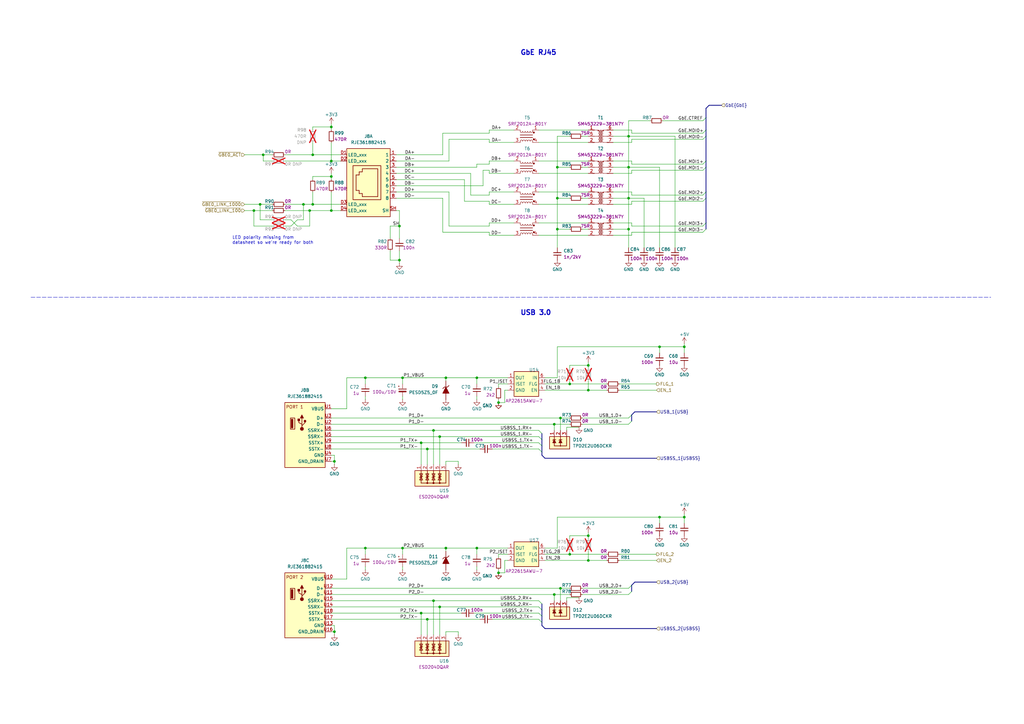
<source format=kicad_sch>
(kicad_sch (version 20230121) (generator eeschema)
  (paper "A3")
  (title_block (title "Com Express 7 baseboard") (date "2024-03-22") (rev "1.0.0") (company "Antmicro Ltd."))
  (junction (at 195.58 224.79))
  (junction (at 104.14 86.36))
  (junction (at 163.83 92.71))
  (junction (at 182.88 154.94))
  (junction (at 180.34 248.92))
  (junction (at 165.1 154.94))
  (junction (at 227.33 243.84))
  (junction (at 175.26 184.15))
  (junction (at 165.1 224.79))
  (junction (at 124.46 83.82))
  (junction (at 228.6 93.98))
  (junction (at 177.8 176.53))
  (junction (at 149.86 224.79))
  (junction (at 257.81 68.58))
  (junction (at 135.89 86.36))
  (junction (at 163.83 106.68))
  (junction (at 270.51 212.09))
  (junction (at 241.3 149.86))
  (junction (at 149.86 154.94))
  (junction (at 233.68 157.48))
  (junction (at 228.6 68.58))
  (junction (at 229.87 171.45))
  (junction (at 182.88 224.79))
  (junction (at 270.51 142.24))
  (junction (at 280.67 212.09))
  (junction (at 137.16 259.08))
  (junction (at 257.81 55.88))
  (junction (at 107.95 63.5))
  (junction (at 227.33 173.99))
  (junction (at 257.81 81.28))
  (junction (at 204.47 234.95))
  (junction (at 175.26 254))
  (junction (at 127 86.36))
  (junction (at 257.81 93.98))
  (junction (at 204.47 165.1))
  (junction (at 135.89 72.39))
  (junction (at 233.68 227.33))
  (junction (at 228.6 81.28))
  (junction (at 128.27 83.82))
  (junction (at 241.3 219.71))
  (junction (at 135.89 52.07))
  (junction (at 280.67 142.24))
  (junction (at 177.8 246.38))
  (junction (at 106.68 83.82))
  (junction (at 135.89 66.04))
  (junction (at 229.87 241.3))
  (junction (at 195.58 154.94))
  (junction (at 241.3 160.02))
  (junction (at 128.27 63.5))
  (junction (at 180.34 179.07))
  (junction (at 172.72 251.46))
  (junction (at 241.3 229.87))
  (junction (at 172.72 181.61))
  (junction (at 137.16 189.23))
  (bus_entry (at 289.56 93.98) (size -1.27 1.27))
  (bus_entry (at 289.56 91.44) (size -1.27 1.27))
  (bus_entry (at 222.25 182.88) (size -1.27 -1.27))
  (bus_entry (at 289.56 48.26) (size -1.27 1.27))
  (bus_entry (at 259.08 170.18) (size -1.27 1.27))
  (bus_entry (at 289.56 81.28) (size -1.27 1.27))
  (bus_entry (at 222.25 252.73) (size -1.27 -1.27))
  (bus_entry (at 259.08 240.03) (size -1.27 1.27))
  (bus_entry (at 289.56 55.88) (size -1.27 1.27))
  (bus_entry (at 289.56 53.34) (size -1.27 1.27))
  (bus_entry (at 222.25 250.19) (size -1.27 -1.27))
  (bus_entry (at 222.25 255.27) (size -1.27 -1.27))
  (bus_entry (at 222.25 247.65) (size -1.27 -1.27))
  (bus_entry (at 222.25 177.8) (size -1.27 -1.27))
  (bus_entry (at 259.08 172.72) (size -1.27 1.27))
  (bus_entry (at 259.08 242.57) (size -1.27 1.27))
  (bus_entry (at 222.25 180.34) (size -1.27 -1.27))
  (bus_entry (at 222.25 185.42) (size -1.27 -1.27))
  (bus_entry (at 289.56 66.04) (size -1.27 1.27))
  (bus_entry (at 289.56 68.58) (size -1.27 1.27))
  (bus_entry (at 289.56 78.74) (size -1.27 1.27))
  (wire (pts (xy 182.88 224.79) (xy 165.1 224.79)))
  (wire (pts (xy 208.28 160.02) (xy 207.01 160.02)))
  (wire (pts (xy 241.3 220.98) (xy 241.3 219.71)))
  (wire (pts (xy 248.92 160.02) (xy 241.3 160.02)))
  (wire (pts (xy 220.98 58.42) (xy 241.3 58.42)))
  (wire (pts (xy 251.46 96.52) (xy 259.08 96.52)))
  (wire (pts (xy 280.67 142.24) (xy 270.51 142.24)))
  (wire (pts (xy 228.6 93.98) (xy 233.68 93.98)))
  (wire (pts (xy 257.81 243.84) (xy 238.76 243.84)))
  (wire (pts (xy 149.86 154.94) (xy 149.86 157.48)))
  (wire (pts (xy 128.27 53.34) (xy 128.27 52.07)))
  (bus (pts (xy 222.25 252.73) (xy 222.25 250.19)))
  (bus (pts (xy 222.25 182.88) (xy 222.25 185.42)))
  (wire (pts (xy 220.98 91.44) (xy 241.3 91.44)))
  (wire (pts (xy 241.3 156.21) (xy 241.3 160.02)))
  (wire (pts (xy 220.98 181.61) (xy 194.31 181.61)))
  (wire (pts (xy 135.89 66.04) (xy 139.7 66.04)))
  (wire (pts (xy 257.81 173.99) (xy 238.76 173.99)))
  (wire (pts (xy 259.08 95.25) (xy 288.29 95.25)))
  (wire (pts (xy 182.88 189.23) (xy 182.88 190.5)))
  (wire (pts (xy 257.81 241.3) (xy 238.76 241.3)))
  (wire (pts (xy 165.1 163.83) (xy 165.1 162.56)))
  (wire (pts (xy 259.08 83.82) (xy 259.08 82.55)))
  (wire (pts (xy 116.84 86.36) (xy 127 86.36)))
  (wire (pts (xy 184.15 57.15) (xy 200.66 57.15)))
  (wire (pts (xy 228.6 212.09) (xy 228.6 224.79)))
  (wire (pts (xy 124.46 83.82) (xy 124.46 90.17)))
  (wire (pts (xy 162.56 86.36) (xy 163.83 86.36)))
  (wire (pts (xy 220.98 251.46) (xy 194.31 251.46)))
  (wire (pts (xy 259.08 58.42) (xy 259.08 57.15)))
  (wire (pts (xy 106.68 90.17) (xy 106.68 83.82)))
  (wire (pts (xy 210.82 66.04) (xy 200.66 66.04)))
  (wire (pts (xy 165.1 154.94) (xy 165.1 157.48)))
  (wire (pts (xy 162.56 73.66) (xy 190.5 73.66)))
  (wire (pts (xy 198.12 69.85) (xy 200.66 69.85)))
  (bus (pts (xy 260.35 238.76) (xy 259.08 240.03)))
  (wire (pts (xy 177.8 246.38) (xy 220.98 246.38)))
  (wire (pts (xy 232.41 175.26) (xy 237.49 175.26)))
  (wire (pts (xy 232.41 176.53) (xy 232.41 175.26)))
  (wire (pts (xy 182.88 154.94) (xy 165.1 154.94)))
  (wire (pts (xy 200.66 66.04) (xy 200.66 67.31)))
  (wire (pts (xy 165.1 233.68) (xy 165.1 232.41)))
  (wire (pts (xy 195.58 233.68) (xy 195.58 232.41)))
  (wire (pts (xy 280.67 214.63) (xy 280.67 212.09)))
  (wire (pts (xy 189.23 251.46) (xy 172.72 251.46)))
  (bus (pts (xy 222.25 182.88) (xy 222.25 180.34)))
  (wire (pts (xy 200.66 91.44) (xy 200.66 92.71)))
  (bus (pts (xy 269.24 187.96) (xy 223.52 187.96)))
  (wire (pts (xy 241.3 218.44) (xy 241.3 219.71)))
  (wire (pts (xy 229.87 171.45) (xy 135.89 171.45)))
  (bus (pts (xy 222.25 186.69) (xy 222.25 185.42)))
  (wire (pts (xy 264.16 101.6) (xy 264.16 81.28)))
  (wire (pts (xy 172.72 251.46) (xy 135.89 251.46)))
  (wire (pts (xy 227.33 173.99) (xy 227.33 176.53)))
  (wire (pts (xy 162.56 71.12) (xy 193.04 71.12)))
  (wire (pts (xy 208.28 227.33) (xy 204.47 227.33)))
  (wire (pts (xy 187.96 260.35) (xy 187.96 259.08)))
  (wire (pts (xy 228.6 142.24) (xy 228.6 154.94)))
  (wire (pts (xy 227.33 243.84) (xy 227.33 246.38)))
  (wire (pts (xy 259.08 54.61) (xy 288.29 54.61)))
  (bus (pts (xy 289.56 55.88) (xy 289.56 66.04)))
  (polyline (pts (xy 12.7 121.92) (xy 406.4 121.92)) (stroke (width 0) (type dash)))
  (wire (pts (xy 220.98 66.04) (xy 241.3 66.04)))
  (wire (pts (xy 220.98 184.15) (xy 201.93 184.15)))
  (wire (pts (xy 257.81 55.88) (xy 257.81 68.58)))
  (wire (pts (xy 175.26 254) (xy 175.26 260.35)))
  (wire (pts (xy 106.68 83.82) (xy 111.76 83.82)))
  (wire (pts (xy 128.27 63.5) (xy 139.7 63.5)))
  (wire (pts (xy 162.56 66.04) (xy 184.15 66.04)))
  (wire (pts (xy 270.51 144.78) (xy 270.51 142.24)))
  (wire (pts (xy 259.08 57.15) (xy 288.29 57.15)))
  (wire (pts (xy 204.47 234.95) (xy 207.01 234.95)))
  (wire (pts (xy 172.72 251.46) (xy 172.72 260.35)))
  (wire (pts (xy 223.52 224.79) (xy 228.6 224.79)))
  (wire (pts (xy 269.24 160.02) (xy 254 160.02)))
  (wire (pts (xy 259.08 71.12) (xy 259.08 69.85)))
  (wire (pts (xy 195.58 67.31) (xy 195.58 68.58)))
  (bus (pts (xy 289.56 91.44) (xy 289.56 93.98)))
  (wire (pts (xy 251.46 91.44) (xy 259.08 91.44)))
  (wire (pts (xy 228.6 55.88) (xy 228.6 68.58)))
  (wire (pts (xy 257.81 68.58) (xy 257.81 81.28)))
  (wire (pts (xy 259.08 82.55) (xy 288.29 82.55)))
  (wire (pts (xy 210.82 53.34) (xy 200.66 53.34)))
  (wire (pts (xy 196.85 184.15) (xy 175.26 184.15)))
  (wire (pts (xy 241.3 149.86) (xy 233.68 149.86)))
  (wire (pts (xy 180.34 248.92) (xy 180.34 260.35)))
  (wire (pts (xy 259.08 78.74) (xy 259.08 80.01)))
  (wire (pts (xy 182.88 154.94) (xy 182.88 156.21)))
  (wire (pts (xy 241.3 148.59) (xy 241.3 149.86)))
  (wire (pts (xy 204.47 165.1) (xy 207.01 165.1)))
  (bus (pts (xy 269.24 168.91) (xy 260.35 168.91)))
  (wire (pts (xy 128.27 72.39) (xy 135.89 72.39)))
  (wire (pts (xy 200.66 96.52) (xy 200.66 95.25)))
  (wire (pts (xy 259.08 69.85) (xy 288.29 69.85)))
  (wire (pts (xy 220.98 254) (xy 201.93 254)))
  (wire (pts (xy 128.27 52.07) (xy 135.89 52.07)))
  (wire (pts (xy 228.6 68.58) (xy 228.6 81.28)))
  (bus (pts (xy 259.08 240.03) (xy 259.08 242.57)))
  (wire (pts (xy 251.46 55.88) (xy 257.81 55.88)))
  (wire (pts (xy 195.58 224.79) (xy 195.58 227.33)))
  (wire (pts (xy 135.89 58.42) (xy 135.89 66.04)))
  (wire (pts (xy 181.61 95.25) (xy 181.61 81.28)))
  (wire (pts (xy 220.98 53.34) (xy 241.3 53.34)))
  (wire (pts (xy 270.51 142.24) (xy 228.6 142.24)))
  (wire (pts (xy 135.89 189.23) (xy 137.16 189.23)))
  (wire (pts (xy 142.24 237.49) (xy 135.89 237.49)))
  (wire (pts (xy 259.08 92.71) (xy 259.08 91.44)))
  (wire (pts (xy 207.01 160.02) (xy 207.01 165.1)))
  (wire (pts (xy 111.76 92.71) (xy 104.14 92.71)))
  (wire (pts (xy 208.28 154.94) (xy 195.58 154.94)))
  (wire (pts (xy 100.33 63.5) (xy 107.95 63.5)))
  (wire (pts (xy 229.87 241.3) (xy 229.87 246.38)))
  (bus (pts (xy 289.56 53.34) (xy 289.56 55.88)))
  (bus (pts (xy 222.25 180.34) (xy 222.25 177.8)))
  (wire (pts (xy 269.24 157.48) (xy 254 157.48)))
  (wire (pts (xy 162.56 78.74) (xy 184.15 78.74)))
  (wire (pts (xy 270.51 214.63) (xy 270.51 212.09)))
  (wire (pts (xy 180.34 179.07) (xy 220.98 179.07)))
  (wire (pts (xy 128.27 73.66) (xy 128.27 72.39)))
  (wire (pts (xy 204.47 157.48) (xy 204.47 158.75)))
  (wire (pts (xy 149.86 224.79) (xy 149.86 227.33)))
  (wire (pts (xy 200.66 95.25) (xy 181.61 95.25)))
  (wire (pts (xy 238.76 68.58) (xy 241.3 68.58)))
  (wire (pts (xy 259.08 80.01) (xy 288.29 80.01)))
  (wire (pts (xy 135.89 50.8) (xy 135.89 52.07)))
  (bus (pts (xy 260.35 168.91) (xy 259.08 170.18)))
  (wire (pts (xy 119.38 92.71) (xy 116.84 92.71)))
  (wire (pts (xy 280.67 212.09) (xy 270.51 212.09)))
  (wire (pts (xy 257.81 101.6) (xy 257.81 93.98)))
  (wire (pts (xy 241.3 219.71) (xy 233.68 219.71)))
  (wire (pts (xy 233.68 55.88) (xy 228.6 55.88)))
  (wire (pts (xy 180.34 248.92) (xy 220.98 248.92)))
  (bus (pts (xy 222.25 256.54) (xy 222.25 255.27)))
  (wire (pts (xy 137.16 256.54) (xy 137.16 259.08)))
  (wire (pts (xy 233.68 157.48) (xy 223.52 157.48)))
  (wire (pts (xy 177.8 176.53) (xy 220.98 176.53)))
  (wire (pts (xy 200.66 78.74) (xy 210.82 78.74)))
  (wire (pts (xy 100.33 86.36) (xy 104.14 86.36)))
  (wire (pts (xy 208.28 229.87) (xy 207.01 229.87)))
  (wire (pts (xy 184.15 57.15) (xy 184.15 66.04)))
  (wire (pts (xy 175.26 254) (xy 135.89 254)))
  (wire (pts (xy 135.89 248.92) (xy 180.34 248.92)))
  (wire (pts (xy 200.66 71.12) (xy 210.82 71.12)))
  (wire (pts (xy 248.92 157.48) (xy 233.68 157.48)))
  (wire (pts (xy 251.46 66.04) (xy 259.08 66.04)))
  (wire (pts (xy 200.66 69.85) (xy 200.66 71.12)))
  (wire (pts (xy 200.66 53.34) (xy 200.66 54.61)))
  (wire (pts (xy 251.46 68.58) (xy 257.81 68.58)))
  (wire (pts (xy 229.87 241.3) (xy 135.89 241.3)))
  (wire (pts (xy 238.76 81.28) (xy 241.3 81.28)))
  (wire (pts (xy 270.51 212.09) (xy 228.6 212.09)))
  (wire (pts (xy 160.02 106.68) (xy 163.83 106.68)))
  (bus (pts (xy 289.56 48.26) (xy 289.56 53.34)))
  (wire (pts (xy 220.98 83.82) (xy 241.3 83.82)))
  (wire (pts (xy 233.68 219.71) (xy 233.68 220.98)))
  (wire (pts (xy 111.76 66.04) (xy 107.95 66.04)))
  (wire (pts (xy 251.46 93.98) (xy 257.81 93.98)))
  (wire (pts (xy 251.46 83.82) (xy 259.08 83.82)))
  (wire (pts (xy 181.61 54.61) (xy 200.66 54.61)))
  (wire (pts (xy 257.81 81.28) (xy 257.81 93.98)))
  (wire (pts (xy 127 86.36) (xy 127 92.71)))
  (wire (pts (xy 228.6 93.98) (xy 228.6 101.6)))
  (wire (pts (xy 142.24 237.49) (xy 142.24 224.79)))
  (wire (pts (xy 233.68 227.33) (xy 233.68 226.06)))
  (wire (pts (xy 116.84 83.82) (xy 124.46 83.82)))
  (wire (pts (xy 248.92 227.33) (xy 233.68 227.33)))
  (bus (pts (xy 290.83 43.18) (xy 295.91 43.18)))
  (wire (pts (xy 204.47 233.68) (xy 204.47 234.95)))
  (wire (pts (xy 269.24 227.33) (xy 254 227.33)))
  (wire (pts (xy 135.89 78.74) (xy 135.89 86.36)))
  (wire (pts (xy 259.08 92.71) (xy 288.29 92.71)))
  (wire (pts (xy 137.16 259.08) (xy 137.16 260.35)))
  (wire (pts (xy 241.3 160.02) (xy 223.52 160.02)))
  (bus (pts (xy 289.56 68.58) (xy 289.56 78.74)))
  (wire (pts (xy 229.87 241.3) (xy 233.68 241.3)))
  (wire (pts (xy 137.16 186.69) (xy 137.16 189.23)))
  (wire (pts (xy 251.46 58.42) (xy 259.08 58.42)))
  (wire (pts (xy 210.82 91.44) (xy 200.66 91.44)))
  (wire (pts (xy 223.52 154.94) (xy 228.6 154.94)))
  (wire (pts (xy 276.86 55.88) (xy 276.86 101.6)))
  (wire (pts (xy 162.56 81.28) (xy 181.61 81.28)))
  (wire (pts (xy 128.27 83.82) (xy 139.7 83.82)))
  (wire (pts (xy 121.92 92.71) (xy 127 92.71)))
  (wire (pts (xy 270.51 101.6) (xy 270.51 68.58)))
  (wire (pts (xy 142.24 154.94) (xy 149.86 154.94)))
  (wire (pts (xy 204.47 227.33) (xy 204.47 228.6)))
  (wire (pts (xy 104.14 92.71) (xy 104.14 86.36)))
  (bus (pts (xy 289.56 78.74) (xy 289.56 81.28)))
  (wire (pts (xy 149.86 163.83) (xy 149.86 162.56)))
  (wire (pts (xy 248.92 229.87) (xy 241.3 229.87)))
  (wire (pts (xy 190.5 82.55) (xy 200.66 82.55)))
  (bus (pts (xy 269.24 238.76) (xy 260.35 238.76)))
  (wire (pts (xy 238.76 55.88) (xy 241.3 55.88)))
  (bus (pts (xy 223.52 187.96) (xy 222.25 186.69)))
  (wire (pts (xy 177.8 176.53) (xy 135.89 176.53)))
  (wire (pts (xy 163.83 106.68) (xy 163.83 107.95)))
  (wire (pts (xy 251.46 71.12) (xy 259.08 71.12)))
  (wire (pts (xy 257.81 55.88) (xy 257.81 49.53)))
  (wire (pts (xy 172.72 181.61) (xy 135.89 181.61)))
  (wire (pts (xy 177.8 246.38) (xy 135.89 246.38)))
  (wire (pts (xy 193.04 71.12) (xy 193.04 80.01)))
  (wire (pts (xy 135.89 86.36) (xy 139.7 86.36)))
  (wire (pts (xy 116.84 66.04) (xy 135.89 66.04)))
  (wire (pts (xy 208.28 224.79) (xy 195.58 224.79)))
  (wire (pts (xy 241.3 229.87) (xy 223.52 229.87)))
  (wire (pts (xy 227.33 173.99) (xy 233.68 173.99)))
  (wire (pts (xy 196.85 254) (xy 175.26 254)))
  (wire (pts (xy 195.58 154.94) (xy 195.58 157.48)))
  (wire (pts (xy 180.34 179.07) (xy 135.89 179.07)))
  (wire (pts (xy 257.81 171.45) (xy 238.76 171.45)))
  (wire (pts (xy 181.61 63.5) (xy 181.61 54.61)))
  (wire (pts (xy 175.26 184.15) (xy 135.89 184.15)))
  (wire (pts (xy 116.84 63.5) (xy 128.27 63.5)))
  (wire (pts (xy 200.66 67.31) (xy 195.58 67.31)))
  (wire (pts (xy 207.01 229.87) (xy 207.01 234.95)))
  (wire (pts (xy 220.98 78.74) (xy 241.3 78.74)))
  (bus (pts (xy 223.52 257.81) (xy 222.25 256.54)))
  (wire (pts (xy 264.16 81.28) (xy 257.81 81.28)))
  (wire (pts (xy 184.15 92.71) (xy 200.66 92.71)))
  (wire (pts (xy 241.3 151.13) (xy 241.3 149.86)))
  (wire (pts (xy 271.78 49.53) (xy 288.29 49.53)))
  (wire (pts (xy 187.96 259.08) (xy 182.88 259.08)))
  (wire (pts (xy 204.47 163.83) (xy 204.47 165.1)))
  (wire (pts (xy 233.68 157.48) (xy 233.68 156.21)))
  (wire (pts (xy 163.83 86.36) (xy 163.83 92.71)))
  (wire (pts (xy 162.56 76.2) (xy 198.12 76.2)))
  (wire (pts (xy 210.82 96.52) (xy 200.66 96.52)))
  (wire (pts (xy 259.08 67.31) (xy 288.29 67.31)))
  (wire (pts (xy 137.16 189.23) (xy 137.16 190.5)))
  (wire (pts (xy 135.89 259.08) (xy 137.16 259.08)))
  (wire (pts (xy 111.76 90.17) (xy 106.68 90.17)))
  (wire (pts (xy 107.95 66.04) (xy 107.95 63.5)))
  (wire (pts (xy 160.02 92.71) (xy 163.83 92.71)))
  (wire (pts (xy 165.1 224.79) (xy 165.1 227.33)))
  (bus (pts (xy 222.25 252.73) (xy 222.25 255.27)))
  (wire (pts (xy 119.38 90.17) (xy 116.84 90.17)))
  (wire (pts (xy 189.23 181.61) (xy 172.72 181.61)))
  (wire (pts (xy 182.88 259.08) (xy 182.88 260.35)))
  (wire (pts (xy 177.8 176.53) (xy 177.8 190.5)))
  (bus (pts (xy 290.83 43.18) (xy 289.56 44.45)))
  (bus (pts (xy 222.25 250.19) (xy 222.25 247.65)))
  (wire (pts (xy 162.56 68.58) (xy 195.58 68.58)))
  (wire (pts (xy 280.67 210.82) (xy 280.67 212.09)))
  (wire (pts (xy 259.08 96.52) (xy 259.08 95.25)))
  (wire (pts (xy 142.24 167.64) (xy 142.24 154.94)))
  (wire (pts (xy 229.87 171.45) (xy 233.68 171.45)))
  (wire (pts (xy 121.92 90.17) (xy 124.46 90.17)))
  (wire (pts (xy 210.82 58.42) (xy 200.66 58.42)))
  (bus (pts (xy 259.08 170.18) (xy 259.08 172.72)))
  (wire (pts (xy 135.89 186.69) (xy 137.16 186.69)))
  (wire (pts (xy 121.92 92.71) (xy 119.38 90.17)))
  (wire (pts (xy 220.98 71.12) (xy 241.3 71.12)))
  (wire (pts (xy 210.82 83.82) (xy 200.66 83.82)))
  (wire (pts (xy 228.6 81.28) (xy 228.6 93.98)))
  (wire (pts (xy 208.28 157.48) (xy 204.47 157.48)))
  (wire (pts (xy 259.08 66.04) (xy 259.08 67.31)))
  (wire (pts (xy 107.95 63.5) (xy 111.76 63.5)))
  (wire (pts (xy 135.89 71.12) (xy 135.89 72.39)))
  (wire (pts (xy 257.81 55.88) (xy 276.86 55.88)))
  (wire (pts (xy 238.76 93.98) (xy 241.3 93.98)))
  (wire (pts (xy 227.33 173.99) (xy 135.89 173.99)))
  (wire (pts (xy 233.68 149.86) (xy 233.68 151.13)))
  (wire (pts (xy 100.33 83.82) (xy 106.68 83.82)))
  (bus (pts (xy 289.56 81.28) (xy 289.56 91.44)))
  (bus (pts (xy 269.24 257.81) (xy 223.52 257.81)))
  (wire (pts (xy 228.6 81.28) (xy 233.68 81.28)))
  (wire (pts (xy 251.46 78.74) (xy 259.08 78.74)))
  (wire (pts (xy 104.14 86.36) (xy 111.76 86.36)))
  (wire (pts (xy 163.83 106.68) (xy 163.83 102.87)))
  (wire (pts (xy 124.46 83.82) (xy 128.27 83.82)))
  (wire (pts (xy 187.96 190.5) (xy 187.96 189.23)))
  (wire (pts (xy 251.46 81.28) (xy 257.81 81.28)))
  (wire (pts (xy 280.67 144.78) (xy 280.67 142.24)))
  (wire (pts (xy 195.58 154.94) (xy 182.88 154.94)))
  (wire (pts (xy 257.81 49.53) (xy 266.7 49.53)))
  (wire (pts (xy 200.66 80.01) (xy 193.04 80.01)))
  (wire (pts (xy 229.87 171.45) (xy 229.87 176.53)))
  (wire (pts (xy 172.72 181.61) (xy 172.72 190.5)))
  (wire (pts (xy 269.24 229.87) (xy 254 229.87)))
  (wire (pts (xy 232.41 246.38) (xy 232.41 245.11)))
  (wire (pts (xy 251.46 53.34) (xy 259.08 53.34)))
  (bus (pts (xy 289.56 44.45) (xy 289.56 48.26)))
  (wire (pts (xy 128.27 78.74) (xy 128.27 83.82)))
  (wire (pts (xy 135.89 72.39) (xy 135.89 73.66)))
  (wire (pts (xy 241.3 226.06) (xy 241.3 229.87)))
  (wire (pts (xy 198.12 69.85) (xy 198.12 76.2)))
  (wire (pts (xy 182.88 224.79) (xy 182.88 226.06)))
  (wire (pts (xy 142.24 167.64) (xy 135.89 167.64)))
  (wire (pts (xy 149.86 154.94) (xy 165.1 154.94)))
  (wire (pts (xy 160.02 97.79) (xy 160.02 92.71)))
  (wire (pts (xy 127 86.36) (xy 135.89 86.36)))
  (wire (pts (xy 220.98 96.52) (xy 241.3 96.52)))
  (wire (pts (xy 187.96 189.23) (xy 182.88 189.23)))
  (wire (pts (xy 200.66 83.82) (xy 200.66 82.55)))
  (wire (pts (xy 195.58 224.79) (xy 182.88 224.79)))
  (wire (pts (xy 175.26 184.15) (xy 175.26 190.5)))
  (wire (pts (xy 184.15 78.74) (xy 184.15 92.71)))
  (wire (pts (xy 259.08 53.34) (xy 259.08 54.61)))
  (wire (pts (xy 135.89 256.54) (xy 137.16 256.54)))
  (wire (pts (xy 162.56 63.5) (xy 181.61 63.5)))
  (wire (pts (xy 227.33 243.84) (xy 233.68 243.84)))
  (wire (pts (xy 228.6 68.58) (xy 233.68 68.58)))
  (wire (pts (xy 232.41 245.11) (xy 237.49 245.11)))
  (wire (pts (xy 180.34 179.07) (xy 180.34 190.5)))
  (wire (pts (xy 200.66 58.42) (xy 200.66 57.15)))
  (wire (pts (xy 190.5 82.55) (xy 190.5 73.66)))
  (wire (pts (xy 177.8 246.38) (xy 177.8 260.35)))
  (wire (pts (xy 280.67 140.97) (xy 280.67 142.24)))
  (wire (pts (xy 163.83 97.79) (xy 163.83 92.71)))
  (wire (pts (xy 149.86 233.68) (xy 149.86 232.41)))
  (bus (pts (xy 289.56 66.04) (xy 289.56 68.58)))
  (wire (pts (xy 227.33 243.84) (xy 135.89 243.84)))
  (wire (pts (xy 128.27 58.42) (xy 128.27 63.5)))
  (wire (pts (xy 160.02 106.68) (xy 160.02 102.87)))
  (wire (pts (xy 142.24 224.79) (xy 149.86 224.79)))
  (wire (pts (xy 233.68 227.33) (xy 223.52 227.33)))
  (wire (pts (xy 119.38 92.71) (xy 121.92 90.17)))
  (wire (pts (xy 195.58 163.83) (xy 195.58 162.56)))
  (wire (pts (xy 270.51 68.58) (xy 257.81 68.58)))
  (wire (pts (xy 149.86 224.79) (xy 165.1 224.79)))
  (wire (pts (xy 135.89 52.07) (xy 135.89 53.34)))
  (wire (pts (xy 200.66 78.74) (xy 200.66 80.01)))
  (text "LED polarity missing from \ndatasheet so we're ready for both" (at 95.25 100.33 0) (effects (font (size 1.27 1.27)) (justify left bottom)))
  (text "GbE RJ45" (at 213.36 22.86 0) (effects (font (size 2 2) (thickness 0.4) bold) (justify left bottom)))
  (text "USB 3.0" (at 213.36 129.54 0) (effects (font (size 2 2) (thickness 0.4) bold) (justify left bottom)))
  (label "DB-" (at 205.74 71.12 180))
  (label "P1_D-" (at 173.99 173.99 180))
  (label "P2_VBUS" (at 173.99 224.79 180))
  (label "P2_ISET" (at 208.28 227.33 180))
  (label "P2_D+" (at 173.99 241.3 180))
  (label "FLG_2B" (at 229.87 227.33 180))
  (label "P1_ISET" (at 208.28 157.48 180))
  (label "USBSS_1.TX-" (at 205.74 184.15 0))
  (label "USBSS_2.RX-" (at 218.44 248.92 180))
  (label "DC+" (at 170.18 71.12 180))
  (label "DD+" (at 170.18 78.74 180))
  (label "USBSS_1.TX+" (at 205.74 181.61 0))
  (label "P2_TX-" (at 171.45 254 180))
  (label "FLG_1B" (at 229.87 157.48 180))
  (label "P2_TX+" (at 171.45 251.46 180))
  (label "GbE.MDI2-" (at 278.13 82.55 0))
  (label "USBSS_2.TX-" (at 205.74 254 0))
  (label "SH" (at 163.83 92.71 180))
  (label "DD-" (at 170.18 81.28 180))
  (label "DC+" (at 205.74 78.74 180))
  (label "USBSS_1.RX-" (at 218.44 179.07 180))
  (label "GbE.MDI3+" (at 278.13 92.71 0))
  (label "EN_2B" (at 229.87 229.87 180))
  (label "GbE.MDI0-" (at 278.13 57.15 0))
  (label "P1_D+" (at 173.99 171.45 180))
  (label "DD+" (at 205.74 91.44 180))
  (label "USB_1.D+" (at 255.27 171.45 180))
  (label "DC-" (at 205.74 83.82 180))
  (label "GbE.CTREF" (at 278.13 49.53 0))
  (label "USB_2.D+" (at 255.27 241.3 180))
  (label "USBSS_2.TX+" (at 205.74 251.46 0))
  (label "GbE.MDI2+" (at 278.13 80.01 0))
  (label "P1_TX-" (at 171.45 184.15 180))
  (label "DA+" (at 170.18 63.5 180))
  (label "DB-" (at 170.18 76.2 180))
  (label "USB_1.D-" (at 255.27 173.99 180))
  (label "DD-" (at 205.74 96.52 180))
  (label "GbE.MDI3-" (at 278.13 95.25 0))
  (label "DA+" (at 205.74 53.34 180))
  (label "GbE.MDI1+" (at 278.13 67.31 0))
  (label "P1_TX+" (at 171.45 181.61 180))
  (label "EN_1B" (at 229.87 160.02 180))
  (label "P1_VBUS" (at 173.99 154.94 180))
  (label "GbE.MDI0+" (at 278.13 54.61 0))
  (label "DA-" (at 170.18 66.04 180))
  (label "DA-" (at 205.74 58.42 180))
  (label "DB+" (at 205.74 66.04 180))
  (label "USBSS_2.RX+" (at 218.44 246.38 180))
  (label "USB_2.D-" (at 255.27 243.84 180))
  (label "P2_D-" (at 173.99 243.84 180))
  (label "DB+" (at 170.18 68.58 180))
  (label "GbE.MDI1-" (at 278.13 69.85 0))
  (label "DC-" (at 170.18 73.66 180))
  (label "USBSS_1.RX+" (at 218.44 176.53 180))
  (hierarchical_label "USBSS_1{USBSS}" (shape input) (at 269.24 187.96 0))
  (hierarchical_label "USB_1{USB}" (shape input) (at 269.24 168.91 0))
  (hierarchical_label "FLG_2" (shape output) (at 269.24 227.33 0))
  (hierarchical_label "~{GBE0_ACT}" (shape input) (at 100.33 63.5 180))
  (hierarchical_label "~{GBE0_LINK_1000}" (shape input) (at 100.33 83.82 180))
  (hierarchical_label "~{GBE0_LINK_100}" (shape input) (at 100.33 86.36 180))
  (hierarchical_label "GbE{GbE}" (shape input) (at 295.91 43.18 0))
  (hierarchical_label "USB_2{USB}" (shape input) (at 269.24 238.76 0))
  (hierarchical_label "EN_2" (shape input) (at 269.24 229.87 0))
  (hierarchical_label "FLG_1" (shape output) (at 269.24 157.48 0))
  (hierarchical_label "EN_1" (shape input) (at 269.24 160.02 0))
  (hierarchical_label "USBSS_2{USBSS}" (shape input) (at 269.24 257.81 0))
  (symbol (lib_id "antmicroTVSDiodes:PESD5Z5_0F") (at 182.88 233.68 270) (mirror x) (unit 1)
    (property "Reference" "D11" (at 179.705 228.2825 90) (effects (justify right)))
    (property "Value" "PESD5Z5_0F" (at 179.705 230.8225 90) (effects (justify right)))
    (property "Footprint" "antmicro-footprints:SOD-523" (effects hide))
    (property "Datasheet" "https://www.mouser.com/datasheet/2/916/PESD5Z5_0-2938691.pdf" (effects hide))
    (property "Manufacturer" "Nexperia" (effects hide))
    (property "MPN" "PESD5Z5.0F" (effects hide))
    (property "Author" "Antmicro" (effects hide))
    (property "License" "Apache-2.0" (effects hide))
  )
  (symbol (lib_id "antmicroResistors0402:R_0R_0402") (at 111.76 86.36 0) (unit 1)
    (property "Reference" "R91" (at 110.49 85.09 0))
    (property "Value" "R_0R_0402" (effects hide))
    (property "Footprint" "antmicro-footprints:R_0402_1005Metric" (effects hide))
    (property "Datasheet" "https://industrial.panasonic.com/cdbs/www-data/pdf/RDA0000/AOA0000C301.pdf" (effects hide))
    (property "MPN" "ERJ2GE0R00X" (effects hide))
    (property "Manufacturer" "Panasonic" (effects hide))
    (property "License" "Apache-2.0" (effects hide))
    (property "Author" "Antmicro" (effects hide))
    (property "Val" "0R" (at 118.11 85.09 0))
    (property "Current" "1A" (effects hide))
  )
  (symbol (lib_id "antmicroCapacitors0402:C_100n_0402") (at 264.16 101.6 270) (unit 1)
    (property "Reference" "C85" (at 264.795 102.235 90) (effects (justify left)))
    (property "Value" "C_100n_0402" (effects hide))
    (property "Footprint" "antmicro-footprints:C_0402_1005Metric" (effects hide))
    (property "Datasheet" "https://www.murata.com/products/productdetail?partno=GRM155R61H104KE14%23" (effects hide))
    (property "MPN" "GRM155R61H104KE14D" (effects hide))
    (property "Manufacturer" "Murata" (effects hide))
    (property "License" "Apache-2.0" (effects hide))
    (property "Author" "Antmicro" (effects hide))
    (property "Val" "100n" (at 264.795 106.045 90) (effects (justify left)))
    (property "Voltage" "50V" (effects hide))
    (property "Dielectric" "X5R" (effects hide))
  )
  (symbol (lib_id "antmicroCapacitors0402:C_1u_0402") (at 149.86 162.56 270) (mirror x) (unit 1)
    (property "Reference" "C72" (at 147.32 158.7435 90) (effects (justify right)))
    (property "Value" "C_1u_0402" (effects hide))
    (property "Footprint" "antmicro-footprints:C_0402_1005Metric" (effects hide))
    (property "Datasheet" "https://product.tdk.com/en/search/capacitor/ceramic/mlcc/info?part_no=C1005X6S1A105K050BC" (effects hide))
    (property "MPN" "C1005X6S1A105K050BC" (effects hide))
    (property "Manufacturer" "TDK" (effects hide))
    (property "License" "Apache-2.0" (effects hide))
    (property "Author" "Antmicro" (effects hide))
    (property "Val" "1u" (at 147.32 161.2835 90) (effects (justify right)))
  )
  (symbol (lib_id "antmicropower:GND") (at 264.16 106.68 0) (mirror y) (unit 1)
    (property "Reference" "#PWR0115" (effects hide))
    (property "Value" "GND" (at 264.16 110.49 0))
    (property "Author" "Antmicro" (effects hide))
    (property "License" "Apache-2.0" (effects hide))
  )
  (symbol (lib_id "antmicroResistors0402:R_0R_0402") (at 238.76 173.99 0) (mirror y) (unit 1)
    (property "Reference" "R74" (at 232.41 172.72 0))
    (property "Value" "R_0R_0402" (effects hide))
    (property "Footprint" "antmicro-footprints:R_0402_1005Metric" (effects hide))
    (property "Datasheet" "https://industrial.panasonic.com/cdbs/www-data/pdf/RDA0000/AOA0000C301.pdf" (effects hide))
    (property "MPN" "ERJ2GE0R00X" (effects hide))
    (property "Manufacturer" "Panasonic" (effects hide))
    (property "License" "Apache-2.0" (effects hide))
    (property "Author" "Antmicro" (effects hide))
    (property "Val" "0R" (at 240.03 172.72 0))
    (property "Current" "1A" (effects hide))
  )
  (symbol (lib_id "antmicropower:GND") (at 237.49 245.11 0) (mirror y) (unit 1)
    (property "Reference" "#PWR0105" (effects hide))
    (property "Value" "GND" (at 241.3 246.38 0))
    (property "Author" "Antmicro" (effects hide))
    (property "License" "Apache-2.0" (effects hide))
  )
  (symbol (lib_id "antmicroResistors0402:R_10k_0402") (at 233.68 156.21 270) (mirror x) (unit 1) (in_bom no) (dnp yes)
    (property "Reference" "R71" (at 232.41 152.4 90) (effects (justify right)))
    (property "Value" "R_10k_0402" (effects hide))
    (property "Footprint" "antmicro-footprints:R_0402_1005Metric" (effects hide))
    (property "Datasheet" "https://www.bourns.com/docs/product-datasheets/cr.pdf" (effects hide))
    (property "MPN" "CR0402-FX-1002GLF" (effects hide))
    (property "Manufacturer" "Bourns" (effects hide))
    (property "License" "Apache-2.0" (effects hide))
    (property "Author" "Antmicro" (effects hide))
    (property "Val" "10k" (at 232.41 154.94 90) (effects (justify right)))
    (property "Tolerance" "1%" (effects hide))
    (property "DNP" "DNP" (at 233.68 153.67 0))
  )
  (symbol (lib_id "antmicroResistors0402:R_0R_0402") (at 254 160.02 0) (mirror y) (unit 1)
    (property "Reference" "R65" (at 256.54 158.75 0))
    (property "Value" "R_0R_0402" (effects hide))
    (property "Footprint" "antmicro-footprints:R_0402_1005Metric" (effects hide))
    (property "Datasheet" "https://industrial.panasonic.com/cdbs/www-data/pdf/RDA0000/AOA0000C301.pdf" (effects hide))
    (property "MPN" "ERJ2GE0R00X" (effects hide))
    (property "Manufacturer" "Panasonic" (effects hide))
    (property "License" "Apache-2.0" (effects hide))
    (property "Author" "Antmicro" (effects hide))
    (property "Val" "0R" (at 247.65 158.75 0))
    (property "Current" "1A" (effects hide))
  )
  (symbol (lib_id "antmicroResistors0402:R_470R_0402") (at 135.89 58.42 90) (unit 1)
    (property "Reference" "R99" (at 137.16 54.61 90) (effects (justify right)))
    (property "Value" "R_470R_0402" (effects hide))
    (property "Footprint" "antmicro-footprints:R_0402_1005Metric" (effects hide))
    (property "Datasheet" "https://www.bourns.com/docs/product-datasheets/cr.pdf" (effects hide))
    (property "MPN" "CR0402-FX-4700GLF" (effects hide))
    (property "Manufacturer" "Bourns" (effects hide))
    (property "License" "Apache-2.0" (effects hide))
    (property "Author" "Antmicro" (effects hide))
    (property "Val" "470R" (at 137.16 57.15 90) (effects (justify right)))
    (property "Tolerance" "1%" (effects hide))
  )
  (symbol (lib_id "antmicroResistors0402:R_0R_0402") (at 111.76 92.71 0) (unit 1) (dnp yes)
    (property "Reference" "R93" (at 110.49 93.98 0))
    (property "Value" "R_0R_0402" (effects hide))
    (property "Footprint" "antmicro-footprints:R_0402_1005Metric" (effects hide))
    (property "Datasheet" "https://industrial.panasonic.com/cdbs/www-data/pdf/RDA0000/AOA0000C301.pdf" (effects hide))
    (property "MPN" "ERJ2GE0R00X" (effects hide))
    (property "Manufacturer" "Panasonic" (effects hide))
    (property "License" "Apache-2.0" (effects hide))
    (property "Author" "Antmicro" (effects hide))
    (property "Val" "0R" (at 118.11 93.98 0))
    (property "Current" "1A" (effects hide))
    (property "DNP" "DNP" (at 121.92 93.98 0))
  )
  (symbol (lib_id "antmicropower:GND") (at 270.51 149.86 0) (mirror y) (unit 1)
    (property "Reference" "#PWR088" (effects hide))
    (property "Value" "GND" (at 270.51 153.67 0))
    (property "Author" "Antmicro" (effects hide))
    (property "License" "Apache-2.0" (effects hide))
  )
  (symbol (lib_id "antmicroTVSDiodes:PESD5Z5_0F") (at 182.88 163.83 270) (mirror x) (unit 1)
    (property "Reference" "D9" (at 179.705 158.4325 90) (effects (justify right)))
    (property "Value" "PESD5Z5_0F" (at 179.705 160.9725 90) (effects (justify right)))
    (property "Footprint" "antmicro-footprints:SOD-523" (effects hide))
    (property "Datasheet" "https://www.mouser.com/datasheet/2/916/PESD5Z5_0-2938691.pdf" (effects hide))
    (property "Manufacturer" "Nexperia" (effects hide))
    (property "MPN" "PESD5Z5.0F" (effects hide))
    (property "Author" "Antmicro" (effects hide))
    (property "License" "Apache-2.0" (effects hide))
  )
  (symbol (lib_id "antmicropower:GND") (at 187.96 260.35 0) (mirror y) (unit 1)
    (property "Reference" "#PWR0101" (effects hide))
    (property "Value" "GND" (at 187.96 264.16 0))
    (property "Author" "Antmicro" (effects hide))
    (property "License" "Apache-2.0" (effects hide))
  )
  (symbol (lib_id "antmicroCapacitors0402:C_100n_0402") (at 257.81 101.6 270) (unit 1)
    (property "Reference" "C84" (at 258.445 102.235 90) (effects (justify left)))
    (property "Value" "C_100n_0402" (effects hide))
    (property "Footprint" "antmicro-footprints:C_0402_1005Metric" (effects hide))
    (property "Datasheet" "https://www.murata.com/products/productdetail?partno=GRM155R61H104KE14%23" (effects hide))
    (property "MPN" "GRM155R61H104KE14D" (effects hide))
    (property "Manufacturer" "Murata" (effects hide))
    (property "License" "Apache-2.0" (effects hide))
    (property "Author" "Antmicro" (effects hide))
    (property "Val" "100n" (at 258.445 106.045 90) (effects (justify left)))
    (property "Voltage" "50V" (effects hide))
    (property "Dielectric" "X5R" (effects hide))
  )
  (symbol (lib_id "antmicropower:GND") (at 165.1 163.83 0) (mirror y) (unit 1)
    (property "Reference" "#PWR092" (effects hide))
    (property "Value" "GND" (at 165.1 167.64 0))
    (property "Author" "Antmicro" (effects hide))
    (property "License" "Apache-2.0" (effects hide))
  )
  (symbol (lib_id "antmicroResistors0402:R_2k2_0402") (at 204.47 163.83 270) (mirror x) (unit 1)
    (property "Reference" "R72" (at 198.12 158.75 90) (effects (justify left bottom)))
    (property "Value" "R_2k2_0402" (effects hide))
    (property "Footprint" "antmicro-footprints:R_0402_1005Metric" (effects hide))
    (property "Datasheet" "https://www.bourns.com/docs/product-datasheets/cr.pdf" (effects hide))
    (property "Manufacturer" "Bourns" (effects hide))
    (property "MPN" "CR0402-FX-2201GLF" (effects hide))
    (property "Val" "2k2" (at 199.39 161.29 90) (effects (justify left bottom)))
    (property "License" "Apache-2.0" (effects hide))
    (property "Author" "Antmicro" (effects hide))
    (property "Tolerance" "1%" (effects hide))
  )
  (symbol (lib_id "antmicroTVSDiodes:TPD2E2U06DCKR") (at 227.33 246.38 90) (mirror x) (unit 1)
    (property "Reference" "D12" (at 234.95 250.1899 90) (effects (justify right)))
    (property "Value" "TPD2E2U06DCKR" (at 234.95 252.7299 90) (effects (justify right)))
    (property "Footprint" "antmicro-footprints:SC70-3" (effects hide))
    (property "Datasheet" "https://www.ti.com/lit/ds/symlink/tpd2e2u06.pdf?ts=1706006131823&ref_url=https%253A%252F%252Fwww.ti.com%252Finterface%252Fdiodes%252Fesd-protection-diodes%252Fproducts.html" (effects hide))
    (property "MPN" "TPD2E2U06DCKR" (effects hide))
    (property "Manufacturer" "Texas Instruments" (effects hide))
    (property "Author" "Antmicro" (effects hide))
    (property "License" "Apache-2.0" (effects hide))
  )
  (symbol (lib_id "antmicropower:+3V3") (at 135.89 71.12 0) (unit 1)
    (property "Reference" "#PWR0119" (effects hide))
    (property "Value" "+3V3" (at 135.89 67.31 0))
    (property "Author" "Antmicro" (effects hide))
    (property "License" "Apache-2.0" (effects hide))
  )
  (symbol (lib_id "antmicroCommonModeChokes:Choke_SRF2012A-801Y") (at 220.98 78.74 0) (mirror y) (unit 1)
    (property "Reference" "T7" (at 216.281 73.66 0))
    (property "Value" "Choke_SRF2012A-801Y" (effects hide))
    (property "Datasheet" "https://www.bourns.com/docs/product-datasheets/srf2012a-801y.pdf" (effects hide))
    (property "Manufacturer" "Bourns" (effects hide))
    (property "MPN" "SRF2012A-801Y" (at 216.281 76.2 0))
    (property "IMax" "0.3 A" (effects hide))
    (property "Author" "Antmicro" (effects hide))
    (property "License" "Apache-2.0" (effects hide))
  )
  (symbol (lib_id "antmicroCapacitors0402:C_100n_0402") (at 201.93 184.15 0) (mirror y) (unit 1)
    (property "Reference" "C73" (at 196.85 182.88 0))
    (property "Value" "C_100n_0402" (effects hide))
    (property "Footprint" "antmicro-footprints:C_0402_1005Metric" (effects hide))
    (property "Datasheet" "https://www.murata.com/products/productdetail?partno=GRM155R61H104KE14%23" (effects hide))
    (property "MPN" "GRM155R61H104KE14D" (effects hide))
    (property "Manufacturer" "Murata" (effects hide))
    (property "License" "Apache-2.0" (effects hide))
    (property "Author" "Antmicro" (effects hide))
    (property "Val" "100n" (at 203.2 182.88 0))
    (property "Voltage" "50V" (effects hide))
    (property "Dielectric" "X5R" (effects hide))
  )
  (symbol (lib_id "antmicroCapacitors0402:C_1u_0402") (at 195.58 162.56 270) (mirror x) (unit 1)
    (property "Reference" "C70" (at 193.04 158.7435 90) (effects (justify right)))
    (property "Value" "C_1u_0402" (effects hide))
    (property "Footprint" "antmicro-footprints:C_0402_1005Metric" (effects hide))
    (property "Datasheet" "https://product.tdk.com/en/search/capacitor/ceramic/mlcc/info?part_no=C1005X6S1A105K050BC" (effects hide))
    (property "MPN" "C1005X6S1A105K050BC" (effects hide))
    (property "Manufacturer" "TDK" (effects hide))
    (property "License" "Apache-2.0" (effects hide))
    (property "Author" "Antmicro" (effects hide))
    (property "Val" "1u" (at 193.04 161.2835 90) (effects (justify right)))
  )
  (symbol (lib_id "antmicropower:GND") (at 257.81 106.68 0) (mirror y) (unit 1)
    (property "Reference" "#PWR0114" (effects hide))
    (property "Value" "GND" (at 257.81 110.49 0))
    (property "Author" "Antmicro" (effects hide))
    (property "License" "Apache-2.0" (effects hide))
  )
  (symbol (lib_id "antmicroCommonModeChokes:Choke_SRF2012A-801Y") (at 220.98 91.44 0) (mirror y) (unit 1)
    (property "Reference" "T8" (at 216.281 86.36 0))
    (property "Value" "Choke_SRF2012A-801Y" (effects hide))
    (property "Datasheet" "https://www.bourns.com/docs/product-datasheets/srf2012a-801y.pdf" (effects hide))
    (property "Manufacturer" "Bourns" (effects hide))
    (property "MPN" "SRF2012A-801Y" (at 216.281 88.9 0))
    (property "IMax" "0.3 A" (effects hide))
    (property "Author" "Antmicro" (effects hide))
    (property "License" "Apache-2.0" (effects hide))
  )
  (symbol (lib_id "antmicroResistors0402:R_0R_0402") (at 266.7 49.53 0) (unit 1)
    (property "Reference" "R87" (at 265.43 48.26 0))
    (property "Value" "R_0R_0402" (effects hide))
    (property "Footprint" "antmicro-footprints:R_0402_1005Metric" (effects hide))
    (property "Datasheet" "https://industrial.panasonic.com/cdbs/www-data/pdf/RDA0000/AOA0000C301.pdf" (effects hide))
    (property "MPN" "ERJ2GE0R00X" (effects hide))
    (property "Manufacturer" "Panasonic" (effects hide))
    (property "License" "Apache-2.0" (effects hide))
    (property "Author" "Antmicro" (effects hide))
    (property "Val" "0R" (at 273.05 48.26 0))
    (property "Current" "1A" (effects hide))
  )
  (symbol (lib_id "antmicroInterfaceDriversReceiversTransceivers:Trans_SM453229-381N7Y") (at 241.3 78.74 0) (unit 1)
    (property "Reference" "T3" (at 246.38 73.66 0))
    (property "Value" "Trans_SM453229-381N7Y" (effects hide))
    (property "Footprint" "antmicro-footprints:Trans_Eth_4.7x3.3mm" (effects hide))
    (property "Datasheet" "https://eu.mouser.com/datasheet/2/54/bourns_02132019_SM453229-381N7Y_datasheet-1532071.pdf" (effects hide))
    (property "MPN" "SM453229-381N7Y" (at 246.38 76.2 0))
    (property "Manufacturer" "Bourns" (effects hide))
    (property "Author" "Antmicro" (effects hide))
    (property "License" "Apache-2.0" (effects hide))
  )
  (symbol (lib_id "antmicroInterfaceDriversReceiversTransceivers:Trans_SM453229-381N7Y") (at 241.3 53.34 0) (unit 1)
    (property "Reference" "T1" (at 246.38 48.26 0))
    (property "Value" "Trans_SM453229-381N7Y" (effects hide))
    (property "Footprint" "antmicro-footprints:Trans_Eth_4.7x3.3mm" (effects hide))
    (property "Datasheet" "https://eu.mouser.com/datasheet/2/54/bourns_02132019_SM453229-381N7Y_datasheet-1532071.pdf" (effects hide))
    (property "MPN" "SM453229-381N7Y" (at 246.38 50.8 0))
    (property "Manufacturer" "Bourns" (effects hide))
    (property "Author" "Antmicro" (effects hide))
    (property "License" "Apache-2.0" (effects hide))
  )
  (symbol (lib_id "antmicropower:+3V3") (at 135.89 50.8 0) (unit 1)
    (property "Reference" "#PWR0118" (effects hide))
    (property "Value" "+3V3" (at 135.89 46.99 0))
    (property "Author" "Antmicro" (effects hide))
    (property "License" "Apache-2.0" (effects hide))
  )
  (symbol (lib_id "antmicropower:GND") (at 237.49 175.26 0) (mirror y) (unit 1)
    (property "Reference" "#PWR094" (effects hide))
    (property "Value" "GND" (at 241.3 176.53 0))
    (property "Author" "Antmicro" (effects hide))
    (property "License" "Apache-2.0" (effects hide))
  )
  (symbol (lib_id "antmicroCapacitors0402:C_100n_0402") (at 270.51 149.86 270) (mirror x) (unit 1)
    (property "Reference" "C69" (at 267.97 146.0435 90) (effects (justify right)))
    (property "Value" "C_100n_0402" (effects hide))
    (property "Footprint" "antmicro-footprints:C_0402_1005Metric" (effects hide))
    (property "Datasheet" "https://www.murata.com/products/productdetail?partno=GRM155R61H104KE14%23" (effects hide))
    (property "MPN" "GRM155R61H104KE14D" (effects hide))
    (property "Manufacturer" "Murata" (effects hide))
    (property "License" "Apache-2.0" (effects hide))
    (property "Author" "Antmicro" (effects hide))
    (property "Val" "100n" (at 267.97 148.5835 90) (effects (justify right)))
    (property "Voltage" "50V" (effects hide))
    (property "Dielectric" "X5R" (effects hide))
  )
  (symbol (lib_id "antmicropower:GND") (at 204.47 165.1 0) (unit 1)
    (property "Reference" "#PWR089" (effects hide))
    (property "Value" "GND" (at 201.93 166.3699 0) (effects (justify right)))
    (property "Author" "Antmicro" (effects hide))
    (property "License" "Apache-2.0" (effects hide))
  )
  (symbol (lib_id "antmicroCapacitorsmisc:C_1n_1210_2kV") (at 228.6 106.68 90) (unit 1)
    (property "Reference" "C83" (at 231.14 102.8636 90) (effects (justify right)))
    (property "Value" "C_1n_1210_2kV" (effects hide))
    (property "Footprint" "antmicro-footprints:C_1210_3225Metric" (effects hide))
    (property "Datasheet" "https://www.kemet.com/en/us/capacitors/product/C1210C102KGRACTU.html" (effects hide))
    (property "MPN" "C1210C102KGRACTU" (effects hide))
    (property "Manufacturer" "KEMET" (effects hide))
    (property "License" "Apache-2.0" (effects hide))
    (property "Author" "Antmicro" (effects hide))
    (property "Val" "1n/2kV" (at 231.14 105.4036 90) (effects (justify right)))
  )
  (symbol (lib_id "antmicroResistors0402:R_470R_0402") (at 128.27 58.42 90) (unit 1) (dnp yes)
    (property "Reference" "R98" (at 125.73 53.34 90) (effects (justify left)))
    (property "Value" "R_470R_0402" (effects hide))
    (property "Footprint" "antmicro-footprints:R_0402_1005Metric" (effects hide))
    (property "Datasheet" "https://www.bourns.com/docs/product-datasheets/cr.pdf" (effects hide))
    (property "MPN" "CR0402-FX-4700GLF" (effects hide))
    (property "Manufacturer" "Bourns" (effects hide))
    (property "License" "Apache-2.0" (effects hide))
    (property "Author" "Antmicro" (effects hide))
    (property "Val" "470R" (at 125.73 55.88 90) (effects (justify left)))
    (property "Tolerance" "1%" (effects hide))
    (property "DNP" "DNP" (at 125.73 58.42 90) (effects (justify left)))
  )
  (symbol (lib_id "antmicropower:GND") (at 187.96 190.5 0) (mirror y) (unit 1)
    (property "Reference" "#PWR096" (effects hide))
    (property "Value" "GND" (at 187.96 194.31 0))
    (property "Author" "Antmicro" (effects hide))
    (property "License" "Apache-2.0" (effects hide))
  )
  (symbol (lib_id "antmicropower:+3V3") (at 241.3 218.44 0) (unit 1)
    (property "Reference" "#PWR0111" (effects hide))
    (property "Value" "+3V3" (at 241.3 214.63 0))
    (property "Author" "Antmicro" (effects hide))
    (property "License" "Apache-2.0" (effects hide))
  )
  (symbol (lib_id "antmicroCommonModeChokes:Choke_SRF2012A-801Y") (at 220.98 66.04 0) (mirror y) (unit 1)
    (property "Reference" "T6" (at 216.281 60.96 0))
    (property "Value" "Choke_SRF2012A-801Y" (effects hide))
    (property "Datasheet" "https://www.bourns.com/docs/product-datasheets/srf2012a-801y.pdf" (effects hide))
    (property "Manufacturer" "Bourns" (effects hide))
    (property "MPN" "SRF2012A-801Y" (at 216.281 63.5 0))
    (property "IMax" "0.3 A" (effects hide))
    (property "Author" "Antmicro" (effects hide))
    (property "License" "Apache-2.0" (effects hide))
  )
  (symbol (lib_id "antmicropower:GND") (at 280.67 219.71 0) (mirror y) (unit 1)
    (property "Reference" "#PWR0108" (effects hide))
    (property "Value" "GND" (at 280.67 223.52 0))
    (property "Author" "Antmicro" (effects hide))
    (property "License" "Apache-2.0" (effects hide))
  )
  (symbol (lib_id "antmicroTVSDiodes:ESD204DQAR") (at 172.72 190.5 90) (mirror x) (unit 1)
    (property "Reference" "U15" (at 184.15 201.93 90) (effects (justify left bottom)))
    (property "Value" "ESD204DQAR" (effects hide))
    (property "Footprint" "antmicro-footprints:USON-10_2.5x1mm_P0.5mm" (effects hide))
    (property "Datasheet" "https://www.ti.com/lit/ds/symlink/esd204.pdf?ts=1706004844383&ref_url=https%253A%252F%252Fwww.ti.com%252Finterface%252Fdiodes%252Fesd-protection-diodes%252Fproducts.html" (effects hide))
    (property "Manufacturer" "Texas Instruments" (effects hide))
    (property "MPN" "ESD204DQAR" (at 184.15 204.47 90) (effects (justify left bottom)))
    (property "Author" "Antmicro" (effects hide))
    (property "License" "Apache-2.0" (effects hide))
  )
  (symbol (lib_id "antmicroTVSDiodes:ESD204DQAR") (at 172.72 260.35 90) (mirror x) (unit 1)
    (property "Reference" "U16" (at 184.15 271.78 90) (effects (justify left bottom)))
    (property "Value" "ESD204DQAR" (effects hide))
    (property "Footprint" "antmicro-footprints:USON-10_2.5x1mm_P0.5mm" (effects hide))
    (property "Datasheet" "https://www.ti.com/lit/ds/symlink/esd204.pdf?ts=1706004844383&ref_url=https%253A%252F%252Fwww.ti.com%252Finterface%252Fdiodes%252Fesd-protection-diodes%252Fproducts.html" (effects hide))
    (property "Manufacturer" "Texas Instruments" (effects hide))
    (property "MPN" "ESD204DQAR" (at 184.15 274.32 90) (effects (justify left bottom)))
    (property "Author" "Antmicro" (effects hide))
    (property "License" "Apache-2.0" (effects hide))
  )
  (symbol (lib_id "antmicropower:GND") (at 182.88 163.83 0) (mirror y) (unit 1)
    (property "Reference" "#PWR091" (effects hide))
    (property "Value" "GND" (at 182.88 167.64 0))
    (property "Author" "Antmicro" (effects hide))
    (property "License" "Apache-2.0" (effects hide))
  )
  (symbol (lib_id "antmicroResistors0402:R_0R_0402") (at 254 227.33 0) (mirror y) (unit 1)
    (property "Reference" "R80" (at 256.54 226.06 0))
    (property "Value" "R_0R_0402" (effects hide))
    (property "Footprint" "antmicro-footprints:R_0402_1005Metric" (effects hide))
    (property "Datasheet" "https://industrial.panasonic.com/cdbs/www-data/pdf/RDA0000/AOA0000C301.pdf" (effects hide))
    (property "MPN" "ERJ2GE0R00X" (effects hide))
    (property "Manufacturer" "Panasonic" (effects hide))
    (property "License" "Apache-2.0" (effects hide))
    (property "Author" "Antmicro" (effects hide))
    (property "Val" "0R" (at 247.65 226.06 0))
    (property "Current" "1A" (effects hide))
  )
  (symbol (lib_id "antmicroResistors0402:R_0R_0402") (at 254 157.48 0) (mirror y) (unit 1)
    (property "Reference" "R64" (at 256.54 156.21 0))
    (property "Value" "R_0R_0402" (effects hide))
    (property "Footprint" "antmicro-footprints:R_0402_1005Metric" (effects hide))
    (property "Datasheet" "https://industrial.panasonic.com/cdbs/www-data/pdf/RDA0000/AOA0000C301.pdf" (effects hide))
    (property "MPN" "ERJ2GE0R00X" (effects hide))
    (property "Manufacturer" "Panasonic" (effects hide))
    (property "License" "Apache-2.0" (effects hide))
    (property "Author" "Antmicro" (effects hide))
    (property "Val" "0R" (at 247.65 156.21 0))
    (property "Current" "1A" (effects hide))
  )
  (symbol (lib_id "antmicropower:GND") (at 163.83 107.95 0) (mirror y) (unit 1)
    (property "Reference" "#PWR0112" (effects hide))
    (property "Value" "GND" (at 163.83 111.76 0))
    (property "Author" "Antmicro" (effects hide))
    (property "License" "Apache-2.0" (effects hide))
  )
  (symbol (lib_id "antmicroCapacitors0402:C_100n_0402") (at 194.31 251.46 0) (mirror y) (unit 1)
    (property "Reference" "C77" (at 189.23 250.19 0))
    (property "Value" "C_100n_0402" (effects hide))
    (property "Footprint" "antmicro-footprints:C_0402_1005Metric" (effects hide))
    (property "Datasheet" "https://www.murata.com/products/productdetail?partno=GRM155R61H104KE14%23" (effects hide))
    (property "MPN" "GRM155R61H104KE14D" (effects hide))
    (property "Manufacturer" "Murata" (effects hide))
    (property "License" "Apache-2.0" (effects hide))
    (property "Author" "Antmicro" (effects hide))
    (property "Val" "100n" (at 195.58 250.19 0))
    (property "Voltage" "50V" (effects hide))
    (property "Dielectric" "X5R" (effects hide))
  )
  (symbol (lib_id "antmicroPMICPowerDistributionSwitchesLoadDrivers:AP22615A_TSOT26") (at 223.52 224.79 0) (mirror y) (unit 1)
    (property "Reference" "U17" (at 220.98 222.25 0) (effects (justify left bottom)))
    (property "Value" "AP22615A_TSOT26" (effects hide))
    (property "Footprint" "antmicro-footprints:TSOT23-6" (effects hide))
    (property "Datasheet" "https://www.mouser.pl/datasheet/2/115/DIOD_S_A0008958405_1-2543193.pdf" (effects hide))
    (property "MPN" "AP22615AWU-7 " (at 223.52 234.95 0) (effects (justify left bottom)))
    (property "Manufacturer" "Diodes Incorporated" (effects hide))
    (property "Author" "Antmicro" (effects hide))
    (property "License" "Apache-2.0" (effects hide))
  )
  (symbol (lib_id "antmicroPMICPowerDistributionSwitchesLoadDrivers:AP22615A_TSOT26") (at 223.52 154.94 0) (mirror y) (unit 1)
    (property "Reference" "U14" (at 220.98 152.4 0) (effects (justify left bottom)))
    (property "Value" "AP22615A_TSOT26" (effects hide))
    (property "Footprint" "antmicro-footprints:TSOT23-6" (effects hide))
    (property "Datasheet" "https://www.mouser.pl/datasheet/2/115/DIOD_S_A0008958405_1-2543193.pdf" (effects hide))
    (property "MPN" "AP22615AWU-7 " (at 223.52 165.1 0) (effects (justify left bottom)))
    (property "Manufacturer" "Diodes Incorporated" (effects hide))
    (property "Author" "Antmicro" (effects hide))
    (property "License" "Apache-2.0" (effects hide))
  )
  (symbol (lib_id "antmicropower:GND") (at 270.51 106.68 0) (mirror y) (unit 1)
    (property "Reference" "#PWR0116" (effects hide))
    (property "Value" "GND" (at 270.51 110.49 0))
    (property "Author" "Antmicro" (effects hide))
    (property "License" "Apache-2.0" (effects hide))
  )
  (symbol (lib_id "antmicroInterfaceDriversReceiversTransceivers:Trans_SM453229-381N7Y") (at 241.3 91.44 0) (unit 1)
    (property "Reference" "T4" (at 246.38 86.36 0))
    (property "Value" "Trans_SM453229-381N7Y" (effects hide))
    (property "Footprint" "antmicro-footprints:Trans_Eth_4.7x3.3mm" (effects hide))
    (property "Datasheet" "https://eu.mouser.com/datasheet/2/54/bourns_02132019_SM453229-381N7Y_datasheet-1532071.pdf" (effects hide))
    (property "MPN" "SM453229-381N7Y" (at 246.38 88.9 0))
    (property "Manufacturer" "Bourns" (effects hide))
    (property "Author" "Antmicro" (effects hide))
    (property "License" "Apache-2.0" (effects hide))
  )
  (symbol (lib_id "antmicropower:GND") (at 182.88 233.68 0) (mirror y) (unit 1)
    (property "Reference" "#PWR0100" (effects hide))
    (property "Value" "GND" (at 182.88 237.49 0))
    (property "Author" "Antmicro" (effects hide))
    (property "License" "Apache-2.0" (effects hide))
  )
  (symbol (lib_id "antmicroResistors0402:R_0R_0402") (at 111.76 90.17 0) (unit 1) (dnp yes)
    (property "Reference" "R92" (at 110.49 88.9 0))
    (property "Value" "R_0R_0402" (effects hide))
    (property "Footprint" "antmicro-footprints:R_0402_1005Metric" (effects hide))
    (property "Datasheet" "https://industrial.panasonic.com/cdbs/www-data/pdf/RDA0000/AOA0000C301.pdf" (effects hide))
    (property "MPN" "ERJ2GE0R00X" (effects hide))
    (property "Manufacturer" "Panasonic" (effects hide))
    (property "License" "Apache-2.0" (effects hide))
    (property "Author" "Antmicro" (effects hide))
    (property "Val" "0R" (at 118.11 88.9 0))
    (property "Current" "1A" (effects hide))
    (property "DNP" "DNP" (at 121.92 88.9 0))
  )
  (symbol (lib_id "antmicroResistors0402:R_470R_0402") (at 135.89 78.74 90) (unit 1)
    (property "Reference" "R88" (at 137.16 74.93 90) (effects (justify right)))
    (property "Value" "R_470R_0402" (effects hide))
    (property "Footprint" "antmicro-footprints:R_0402_1005Metric" (effects hide))
    (property "Datasheet" "https://www.bourns.com/docs/product-datasheets/cr.pdf" (effects hide))
    (property "MPN" "CR0402-FX-4700GLF" (effects hide))
    (property "Manufacturer" "Bourns" (effects hide))
    (property "License" "Apache-2.0" (effects hide))
    (property "Author" "Antmicro" (effects hide))
    (property "Val" "470R" (at 137.16 77.47 90) (effects (justify right)))
    (property "Tolerance" "1%" (effects hide))
  )
  (symbol (lib_id "antmicroResistors0402:R_10k_0402") (at 233.68 226.06 270) (mirror x) (unit 1) (in_bom no) (dnp yes)
    (property "Reference" "R76" (at 232.41 222.25 90) (effects (justify right)))
    (property "Value" "R_10k_0402" (effects hide))
    (property "Footprint" "antmicro-footprints:R_0402_1005Metric" (effects hide))
    (property "Datasheet" "https://www.bourns.com/docs/product-datasheets/cr.pdf" (effects hide))
    (property "MPN" "CR0402-FX-1002GLF" (effects hide))
    (property "Manufacturer" "Bourns" (effects hide))
    (property "License" "Apache-2.0" (effects hide))
    (property "Author" "Antmicro" (effects hide))
    (property "Val" "10k" (at 232.41 224.79 90) (effects (justify right)))
    (property "Tolerance" "1%" (effects hide))
    (property "DNP" "DNP" (at 233.68 223.52 0))
  )
  (symbol (lib_id "antmicropower:GND") (at 165.1 233.68 0) (mirror y) (unit 1)
    (property "Reference" "#PWR099" (effects hide))
    (property "Value" "GND" (at 165.1 237.49 0))
    (property "Author" "Antmicro" (effects hide))
    (property "License" "Apache-2.0" (effects hide))
  )
  (symbol (lib_id "antmicroCapacitors0603:C_10u_0603") (at 280.67 149.86 270) (mirror x) (unit 1)
    (property "Reference" "C68" (at 278.13 146.0435 90) (effects (justify right)))
    (property "Value" "C_10u_0603" (effects hide))
    (property "Footprint" "antmicro-footprints:C_0603_1608Metric" (effects hide))
    (property "Datasheet" "https://www.murata.com/products/productdetail?partno=GRM188R61A106KE69%23" (effects hide))
    (property "MPN" "GRM188R61A106KE69D" (effects hide))
    (property "Manufacturer" "Murata" (effects hide))
    (property "License" "Apache-2.0" (effects hide))
    (property "Author" "Antmicro" (effects hide))
    (property "Val" "10u" (at 278.13 148.5835 90) (effects (justify right)))
    (property "Dielectric" "template_dielectric" (effects hide))
  )
  (symbol (lib_id "antmicroResistors0402:R_0R_0402") (at 111.76 66.04 0) (unit 1) (dnp yes)
    (property "Reference" "R97" (at 110.49 67.31 0))
    (property "Value" "R_0R_0402" (effects hide))
    (property "Footprint" "antmicro-footprints:R_0402_1005Metric" (effects hide))
    (property "Datasheet" "https://industrial.panasonic.com/cdbs/www-data/pdf/RDA0000/AOA0000C301.pdf" (effects hide))
    (property "MPN" "ERJ2GE0R00X" (effects hide))
    (property "Manufacturer" "Panasonic" (effects hide))
    (property "License" "Apache-2.0" (effects hide))
    (property "Author" "Antmicro" (effects hide))
    (property "Val" "0R" (at 118.11 67.31 0))
    (property "Current" "1A" (effects hide))
    (property "DNP" "DNP" (at 121.92 67.31 0))
  )
  (symbol (lib_id "antmicroResistors0402:R_470R_0402") (at 128.27 78.74 90) (unit 1)
    (property "Reference" "R89" (at 129.54 74.93 90) (effects (justify right)))
    (property "Value" "R_470R_0402" (effects hide))
    (property "Footprint" "antmicro-footprints:R_0402_1005Metric" (effects hide))
    (property "Datasheet" "https://www.bourns.com/docs/product-datasheets/cr.pdf" (effects hide))
    (property "MPN" "CR0402-FX-4700GLF" (effects hide))
    (property "Manufacturer" "Bourns" (effects hide))
    (property "License" "Apache-2.0" (effects hide))
    (property "Author" "Antmicro" (effects hide))
    (property "Val" "470R" (at 129.54 77.47 90) (effects (justify right)))
    (property "Tolerance" "1%" (effects hide))
  )
  (symbol (lib_id "antmicroResistors0402:R_0R_0402") (at 238.76 241.3 0) (mirror y) (unit 1)
    (property "Reference" "R77" (at 232.41 240.03 0))
    (property "Value" "R_0R_0402" (effects hide))
    (property "Footprint" "antmicro-footprints:R_0402_1005Metric" (effects hide))
    (property "Datasheet" "https://industrial.panasonic.com/cdbs/www-data/pdf/RDA0000/AOA0000C301.pdf" (effects hide))
    (property "MPN" "ERJ2GE0R00X" (effects hide))
    (property "Manufacturer" "Panasonic" (effects hide))
    (property "License" "Apache-2.0" (effects hide))
    (property "Author" "Antmicro" (effects hide))
    (property "Val" "0R" (at 240.03 240.03 0))
    (property "Current" "1A" (effects hide))
  )
  (symbol (lib_id "antmicropower:GND") (at 137.16 260.35 0) (mirror y) (unit 1)
    (property "Reference" "#PWR0109" (effects hide))
    (property "Value" "GND" (at 137.16 264.16 0))
    (property "Author" "Antmicro" (effects hide))
    (property "License" "Apache-2.0" (effects hide))
  )
  (symbol (lib_id "antmicroResistors0402:R_10k_0402") (at 241.3 226.06 270) (mirror x) (unit 1) (in_bom no) (dnp yes)
    (property "Reference" "R79" (at 240.03 222.25 90) (effects (justify right)))
    (property "Value" "R_10k_0402" (effects hide))
    (property "Footprint" "antmicro-footprints:R_0402_1005Metric" (effects hide))
    (property "Datasheet" "https://www.bourns.com/docs/product-datasheets/cr.pdf" (effects hide))
    (property "MPN" "CR0402-FX-1002GLF" (effects hide))
    (property "Manufacturer" "Bourns" (effects hide))
    (property "License" "Apache-2.0" (effects hide))
    (property "Author" "Antmicro" (effects hide))
    (property "Val" "10k" (at 240.03 224.79 90) (effects (justify right)))
    (property "Tolerance" "1%" (effects hide))
    (property "DNP" "DNP" (at 241.3 223.52 0))
  )
  (symbol (lib_id "antmicroCapacitors0402:C_100n_0402") (at 163.83 97.79 90) (mirror x) (unit 1)
    (property "Reference" "C82" (at 170.18 99.06 90) (effects (justify left)))
    (property "Value" "C_100n_0402" (effects hide))
    (property "Footprint" "antmicro-footprints:C_0402_1005Metric" (effects hide))
    (property "Datasheet" "https://www.murata.com/products/productdetail?partno=GRM155R61H104KE14%23" (effects hide))
    (property "MPN" "GRM155R61H104KE14D" (effects hide))
    (property "Manufacturer" "Murata" (effects hide))
    (property "License" "Apache-2.0" (effects hide))
    (property "Author" "Antmicro" (effects hide))
    (property "Val" "100n" (at 170.18 101.6 90) (effects (justify left)))
    (property "Voltage" "50V" (effects hide))
    (property "Dielectric" "X5R" (effects hide))
  )
  (symbol (lib_id "antmicroResistors0402:R_0R_0402") (at 238.76 243.84 0) (mirror y) (unit 1)
    (property "Reference" "R78" (at 232.41 242.57 0))
    (property "Value" "R_0R_0402" (effects hide))
    (property "Footprint" "antmicro-footprints:R_0402_1005Metric" (effects hide))
    (property "Datasheet" "https://industrial.panasonic.com/cdbs/www-data/pdf/RDA0000/AOA0000C301.pdf" (effects hide))
    (property "MPN" "ERJ2GE0R00X" (effects hide))
    (property "Manufacturer" "Panasonic" (effects hide))
    (property "License" "Apache-2.0" (effects hide))
    (property "Author" "Antmicro" (effects hide))
    (property "Val" "0R" (at 240.03 242.57 0))
    (property "Current" "1A" (effects hide))
  )
  (symbol (lib_id "antmicropower:GND") (at 137.16 190.5 0) (mirror y) (unit 1)
    (property "Reference" "#PWR097" (effects hide))
    (property "Value" "GND" (at 137.16 194.31 0))
    (property "Author" "Antmicro" (effects hide))
    (property "License" "Apache-2.0" (effects hide))
  )
  (symbol (lib_id "antmicroTVSDiodes:TPD2E2U06DCKR") (at 227.33 176.53 90) (mirror x) (unit 1)
    (property "Reference" "D10" (at 234.95 180.3399 90) (effects (justify right)))
    (property "Value" "TPD2E2U06DCKR" (at 234.95 182.8799 90) (effects (justify right)))
    (property "Footprint" "antmicro-footprints:SC70-3" (effects hide))
    (property "Datasheet" "https://www.ti.com/lit/ds/symlink/tpd2e2u06.pdf?ts=1706006131823&ref_url=https%253A%252F%252Fwww.ti.com%252Finterface%252Fdiodes%252Fesd-protection-diodes%252Fproducts.html" (effects hide))
    (property "MPN" "TPD2E2U06DCKR" (effects hide))
    (property "Manufacturer" "Texas Instruments" (effects hide))
    (property "Author" "Antmicro" (effects hide))
    (property "License" "Apache-2.0" (effects hide))
  )
  (symbol (lib_id "antmicropower:GND") (at 228.6 106.68 0) (mirror y) (unit 1)
    (property "Reference" "#PWR0113" (effects hide))
    (property "Value" "GND" (at 228.6 110.49 0))
    (property "Author" "Antmicro" (effects hide))
    (property "License" "Apache-2.0" (effects hide))
  )
  (symbol (lib_id "antmicroResistors0402:R_75R_0402") (at 233.68 81.28 0) (unit 1)
    (property "Reference" "R84" (at 232.41 80.01 0))
    (property "Value" "R_75R_0402" (effects hide))
    (property "Footprint" "antmicro-footprints:R_0402_1005Metric" (effects hide))
    (property "Datasheet" "https://www.bourns.com/docs/product-datasheets/cr.pdf" (effects hide))
    (property "MPN" "CR0402-FX-75R0GLF" (effects hide))
    (property "Manufacturer" "Bourns" (effects hide))
    (property "License" "Apache-2.0" (effects hide))
    (property "Author" "Antmicro" (effects hide))
    (property "Val" "75R" (at 240.03 80.01 0))
    (property "Tolerance" "1%" (effects hide))
  )
  (symbol (lib_id "antmicroCapacitorspol:C_Pol_100u_10V_KYOCERA-AVX-TLJ-A") (at 165.1 157.48 90) (mirror x) (unit 1)
    (property "Reference" "C71" (at 162.56 158.2166 90) (effects (justify left)))
    (property "Value" "C_Pol_100u_10V_KYOCERA-AVX-TLJ-A" (effects hide))
    (property "Footprint" "antmicro-footprints:C_Pol_EIA-A" (effects hide))
    (property "Datasheet" "https://datasheets.kyocera-avx.com/TPS.pdf" (effects hide))
    (property "Val" "100u/10V" (at 162.56 160.7566 90) (effects (justify left)))
    (property "MPN" "TLJA107M010R1400" (effects hide))
    (property "Manufacturer" "KYOCERA AVX" (effects hide))
    (property "License" "Apache-2.0" (effects hide))
    (property "Author" "Antmicro" (effects hide))
    (property "Voltage" "10V" (effects hide))
    (property "Dielectric" "template_dielectric" (effects hide))
  )
  (symbol (lib_id "antmicropower:GND") (at 195.58 233.68 0) (mirror y) (unit 1)
    (property "Reference" "#PWR0102" (effects hide))
    (property "Value" "GND" (at 195.58 237.49 0))
    (property "Author" "Antmicro" (effects hide))
    (property "License" "Apache-2.0" (effects hide))
  )
  (symbol (lib_id "antmicroModularConnectorsJacks:Amphenol_RJE361882415") (at 162.56 63.5 0) (mirror y) (unit 1)
    (property "Reference" "J8" (at 151.13 55.88 0))
    (property "Value" "RJE361882415" (at 151.13 58.42 0))
    (property "Datasheet" "https://cdn.amphenol-cs.com/media/wysiwyg/files/drawing/p-rje36-188-2xx5.pdf" (effects hide))
    (property "MPN" "RJE361882415" (effects hide))
    (property "Manufacturer" "Amphenol" (effects hide))
  )
  (symbol (lib_id "antmicroCommonModeChokes:Choke_SRF2012A-801Y") (at 220.98 53.34 0) (mirror y) (unit 1)
    (property "Reference" "T5" (at 216.281 48.26 0))
    (property "Value" "Choke_SRF2012A-801Y" (effects hide))
    (property "Datasheet" "https://www.bourns.com/docs/product-datasheets/srf2012a-801y.pdf" (effects hide))
    (property "Manufacturer" "Bourns" (effects hide))
    (property "MPN" "SRF2012A-801Y" (at 216.281 50.8 0))
    (property "IMax" "0.3 A" (effects hide))
    (property "Author" "Antmicro" (effects hide))
    (property "License" "Apache-2.0" (effects hide))
  )
  (symbol (lib_id "antmicropower:GND") (at 149.86 233.68 0) (mirror y) (unit 1)
    (property "Reference" "#PWR098" (effects hide))
    (property "Value" "GND" (at 149.86 237.49 0))
    (property "Author" "Antmicro" (effects hide))
    (property "License" "Apache-2.0" (effects hide))
  )
  (symbol (lib_id "antmicropower:GND") (at 149.86 163.83 0) (mirror y) (unit 1)
    (property "Reference" "#PWR093" (effects hide))
    (property "Value" "GND" (at 149.86 167.64 0))
    (property "Author" "Antmicro" (effects hide))
    (property "License" "Apache-2.0" (effects hide))
  )
  (symbol (lib_id "antmicropower:+5V") (at 280.67 210.82 0) (mirror y) (unit 1)
    (property "Reference" "#PWR0107" (effects hide))
    (property "Value" "+5V" (at 280.67 207.01 0))
    (property "Author" "Antmicro" (effects hide))
    (property "License" "Apache-2.0" (effects hide))
  )
  (symbol (lib_id "antmicroResistors0402:R_75R_0402") (at 233.68 55.88 0) (unit 1)
    (property "Reference" "R86" (at 232.41 54.61 0))
    (property "Value" "R_75R_0402" (effects hide))
    (property "Footprint" "antmicro-footprints:R_0402_1005Metric" (effects hide))
    (property "Datasheet" "https://www.bourns.com/docs/product-datasheets/cr.pdf" (effects hide))
    (property "MPN" "CR0402-FX-75R0GLF" (effects hide))
    (property "Manufacturer" "Bourns" (effects hide))
    (property "License" "Apache-2.0" (effects hide))
    (property "Author" "Antmicro" (effects hide))
    (property "Val" "75R" (at 240.03 54.61 0))
    (property "Tolerance" "1%" (effects hide))
  )
  (symbol (lib_id "antmicroCapacitors0402:C_100n_0402") (at 276.86 101.6 270) (unit 1)
    (property "Reference" "C87" (at 277.495 102.235 90) (effects (justify left)))
    (property "Value" "C_100n_0402" (effects hide))
    (property "Footprint" "antmicro-footprints:C_0402_1005Metric" (effects hide))
    (property "Datasheet" "https://www.murata.com/products/productdetail?partno=GRM155R61H104KE14%23" (effects hide))
    (property "MPN" "GRM155R61H104KE14D" (effects hide))
    (property "Manufacturer" "Murata" (effects hide))
    (property "License" "Apache-2.0" (effects hide))
    (property "Author" "Antmicro" (effects hide))
    (property "Val" "100n" (at 277.495 106.045 90) (effects (justify left)))
    (property "Voltage" "50V" (effects hide))
    (property "Dielectric" "X5R" (effects hide))
  )
  (symbol (lib_id "antmicropower:GND") (at 195.58 163.83 0) (mirror y) (unit 1)
    (property "Reference" "#PWR090" (effects hide))
    (property "Value" "GND" (at 195.58 167.64 0))
    (property "Author" "Antmicro" (effects hide))
    (property "License" "Apache-2.0" (effects hide))
  )
  (symbol (lib_id "antmicroResistors0402:R_0R_0402") (at 254 229.87 0) (mirror y) (unit 1)
    (property "Reference" "R81" (at 256.54 228.6 0))
    (property "Value" "R_0R_0402" (effects hide))
    (property "Footprint" "antmicro-footprints:R_0402_1005Metric" (effects hide))
    (property "Datasheet" "https://industrial.panasonic.com/cdbs/www-data/pdf/RDA0000/AOA0000C301.pdf" (effects hide))
    (property "MPN" "ERJ2GE0R00X" (effects hide))
    (property "Manufacturer" "Panasonic" (effects hide))
    (property "License" "Apache-2.0" (effects hide))
    (property "Author" "Antmicro" (effects hide))
    (property "Val" "0R" (at 247.65 228.6 0))
    (property "Current" "1A" (effects hide))
  )
  (symbol (lib_id "antmicropower:GND") (at 204.47 165.1 0) (unit 1)
    (property "Reference" "#PWR095" (effects hide))
    (property "Value" "GND" (at 201.93 166.3699 0) (effects (justify right)))
    (property "Author" "Antmicro" (effects hide))
    (property "License" "Apache-2.0" (effects hide))
  )
  (symbol (lib_id "antmicroResistors0402:R_330R_0402") (at 160.02 97.79 90) (mirror x) (unit 1)
    (property "Reference" "R82" (at 158.75 99.06 90) (effects (justify left)))
    (property "Value" "R_330R_0402" (effects hide))
    (property "Footprint" "antmicro-footprints:R_0402_1005Metric" (effects hide))
    (property "Datasheet" "https://www.bourns.com/docs/product-datasheets/cr.pdf" (effects hide))
    (property "MPN" "CR0402-FX-3300GLF" (effects hide))
    (property "Manufacturer" "Bourns" (effects hide))
    (property "License" "Apache-2.0" (effects hide))
    (property "Author" "Antmicro" (effects hide))
    (property "Val" "330R" (at 158.75 101.6 90) (effects (justify left)))
    (property "Tolerance" "1%" (effects hide))
  )
  (symbol (lib_id "antmicroCapacitors0603:C_10u_0603") (at 280.67 219.71 270) (mirror x) (unit 1)
    (property "Reference" "C81" (at 278.13 215.8935 90) (effects (justify right)))
    (property "Value" "C_10u_0603" (effects hide))
    (property "Footprint" "antmicro-footprints:C_0603_1608Metric" (effects hide))
    (property "Datasheet" "https://www.murata.com/products/productdetail?partno=GRM188R61A106KE69%23" (effects hide))
    (property "MPN" "GRM188R61A106KE69D" (effects hide))
    (property "Manufacturer" "Murata" (effects hide))
    (property "License" "Apache-2.0" (effects hide))
    (property "Author" "Antmicro" (effects hide))
    (property "Val" "10u" (at 278.13 218.4335 90) (effects (justify right)))
    (property "Dielectric" "template_dielectric" (effects hide))
  )
  (symbol (lib_id "antmicroResistors0402:R_75R_0402") (at 233.68 93.98 0) (unit 1)
    (property "Reference" "R83" (at 232.41 92.71 0))
    (property "Value" "R_75R_0402" (effects hide))
    (property "Footprint" "antmicro-footprints:R_0402_1005Metric" (effects hide))
    (property "Datasheet" "https://www.bourns.com/docs/product-datasheets/cr.pdf" (effects hide))
    (property "MPN" "CR0402-FX-75R0GLF" (effects hide))
    (property "Manufacturer" "Bourns" (effects hide))
    (property "License" "Apache-2.0" (effects hide))
    (property "Author" "Antmicro" (effects hide))
    (property "Val" "75R" (at 240.03 92.71 0))
    (property "Tolerance" "1%" (effects hide))
  )
  (symbol (lib_id "antmicroResistors0402:R_0R_0402") (at 111.76 83.82 0) (unit 1)
    (property "Reference" "R90" (at 110.49 82.55 0))
    (property "Value" "R_0R_0402" (effects hide))
    (property "Footprint" "antmicro-footprints:R_0402_1005Metric" (effects hide))
    (property "Datasheet" "https://industrial.panasonic.com/cdbs/www-data/pdf/RDA0000/AOA0000C301.pdf" (effects hide))
    (property "MPN" "ERJ2GE0R00X" (effects hide))
    (property "Manufacturer" "Panasonic" (effects hide))
    (property "License" "Apache-2.0" (effects hide))
    (property "Author" "Antmicro" (effects hide))
    (property "Val" "0R" (at 118.11 82.55 0))
    (property "Current" "1A" (effects hide))
  )
  (symbol (lib_id "antmicropower:GND") (at 204.47 234.95 0) (unit 1)
    (property "Reference" "#PWR0103" (effects hide))
    (property "Value" "GND" (at 201.93 236.2199 0) (effects (justify right)))
    (property "Author" "Antmicro" (effects hide))
    (property "License" "Apache-2.0" (effects hide))
  )
  (symbol (lib_id "antmicroCapacitors0402:C_1u_0402") (at 149.86 232.41 270) (mirror x) (unit 1)
    (property "Reference" "C75" (at 147.32 228.5935 90) (effects (justify right)))
    (property "Value" "C_1u_0402" (effects hide))
    (property "Footprint" "antmicro-footprints:C_0402_1005Metric" (effects hide))
    (property "Datasheet" "https://product.tdk.com/en/search/capacitor/ceramic/mlcc/info?part_no=C1005X6S1A105K050BC" (effects hide))
    (property "MPN" "C1005X6S1A105K050BC" (effects hide))
    (property "Manufacturer" "TDK" (effects hide))
    (property "License" "Apache-2.0" (effects hide))
    (property "Author" "Antmicro" (effects hide))
    (property "Val" "1u" (at 147.32 231.1335 90) (effects (justify right)))
  )
  (symbol (lib_id "antmicroCapacitors0402:C_100n_0402") (at 201.93 254 0) (mirror y) (unit 1)
    (property "Reference" "C79" (at 196.85 252.73 0))
    (property "Value" "C_100n_0402" (effects hide))
    (property "Footprint" "antmicro-footprints:C_0402_1005Metric" (effects hide))
    (property "Datasheet" "https://www.murata.com/products/productdetail?partno=GRM155R61H104KE14%23" (effects hide))
    (property "MPN" "GRM155R61H104KE14D" (effects hide))
    (property "Manufacturer" "Murata" (effects hide))
    (property "License" "Apache-2.0" (effects hide))
    (property "Author" "Antmicro" (effects hide))
    (property "Val" "100n" (at 203.2 252.73 0))
    (property "Voltage" "50V" (effects hide))
    (property "Dielectric" "X5R" (effects hide))
  )
  (symbol (lib_id "antmicroCapacitors0402:C_1u_0402") (at 195.58 232.41 270) (mirror x) (unit 1)
    (property "Reference" "C78" (at 193.04 228.5935 90) (effects (justify right)))
    (property "Value" "C_1u_0402" (effects hide))
    (property "Footprint" "antmicro-footprints:C_0402_1005Metric" (effects hide))
    (property "Datasheet" "https://product.tdk.com/en/search/capacitor/ceramic/mlcc/info?part_no=C1005X6S1A105K050BC" (effects hide))
    (property "MPN" "C1005X6S1A105K050BC" (effects hide))
    (property "Manufacturer" "TDK" (effects hide))
    (property "License" "Apache-2.0" (effects hide))
    (property "Author" "Antmicro" (effects hide))
    (property "Val" "1u" (at 193.04 231.1335 90) (effects (justify right)))
  )
  (symbol (lib_id "antmicroResistors0402:R_0R_0402") (at 111.76 63.5 0) (unit 1)
    (property "Reference" "R94" (at 110.49 62.23 0))
    (property "Value" "R_0R_0402" (effects hide))
    (property "Footprint" "antmicro-footprints:R_0402_1005Metric" (effects hide))
    (property "Datasheet" "https://industrial.panasonic.com/cdbs/www-data/pdf/RDA0000/AOA0000C301.pdf" (effects hide))
    (property "MPN" "ERJ2GE0R00X" (effects hide))
    (property "Manufacturer" "Panasonic" (effects hide))
    (property "License" "Apache-2.0" (effects hide))
    (property "Author" "Antmicro" (effects hide))
    (property "Val" "0R" (at 118.11 62.23 0))
    (property "Current" "1A" (effects hide))
  )
  (symbol (lib_id "antmicroResistors0402:R_2k2_0402") (at 204.47 233.68 270) (mirror x) (unit 1)
    (property "Reference" "R75" (at 198.12 228.6 90) (effects (justify left bottom)))
    (property "Value" "R_2k2_0402" (effects hide))
    (property "Footprint" "antmicro-footprints:R_0402_1005Metric" (effects hide))
    (property "Datasheet" "https://www.bourns.com/docs/product-datasheets/cr.pdf" (effects hide))
    (property "Manufacturer" "Bourns" (effects hide))
    (property "MPN" "CR0402-FX-2201GLF" (effects hide))
    (property "Val" "2k2" (at 199.39 231.14 90) (effects (justify left bottom)))
    (property "License" "Apache-2.0" (effects hide))
    (property "Author" "Antmicro" (effects hide))
    (property "Tolerance" "1%" (effects hide))
  )
  (symbol (lib_id "antmicroCapacitors0402:C_100n_0402") (at 270.51 219.71 270) (mirror x) (unit 1)
    (property "Reference" "C80" (at 267.97 215.8935 90) (effects (justify right)))
    (property "Value" "C_100n_0402" (effects hide))
    (property "Footprint" "antmicro-footprints:C_0402_1005Metric" (effects hide))
    (property "Datasheet" "https://www.murata.com/products/productdetail?partno=GRM155R61H104KE14%23" (effects hide))
    (property "MPN" "GRM155R61H104KE14D" (effects hide))
    (property "Manufacturer" "Murata" (effects hide))
    (property "License" "Apache-2.0" (effects hide))
    (property "Author" "Antmicro" (effects hide))
    (property "Val" "100n" (at 267.97 218.4335 90) (effects (justify right)))
    (property "Voltage" "50V" (effects hide))
    (property "Dielectric" "X5R" (effects hide))
  )
  (symbol (lib_id "antmicropower:+3V3") (at 241.3 148.59 0) (unit 1)
    (property "Reference" "#PWR0110" (effects hide))
    (property "Value" "+3V3" (at 241.3 144.78 0))
    (property "Author" "Antmicro" (effects hide))
    (property "License" "Apache-2.0" (effects hide))
  )
  (symbol (lib_id "antmicropower:GND") (at 280.67 149.86 0) (mirror y) (unit 1)
    (property "Reference" "#PWR087" (effects hide))
    (property "Value" "GND" (at 280.67 153.67 0))
    (property "Author" "Antmicro" (effects hide))
    (property "License" "Apache-2.0" (effects hide))
  )
  (symbol (lib_id "antmicropower:GND") (at 204.47 234.95 0) (unit 1)
    (property "Reference" "#PWR0104" (effects hide))
    (property "Value" "GND" (at 201.93 236.2199 0) (effects (justify right)))
    (property "Author" "Antmicro" (effects hide))
    (property "License" "Apache-2.0" (effects hide))
  )
  (symbol (lib_id "antmicropower:+5V") (at 280.67 140.97 0) (mirror y) (unit 1)
    (property "Reference" "#PWR086" (effects hide))
    (property "Value" "+5V" (at 280.67 137.16 0))
    (property "Author" "Antmicro" (effects hide))
    (property "License" "Apache-2.0" (effects hide))
  )
  (symbol (lib_id "antmicropower:GND") (at 276.86 106.68 0) (mirror y) (unit 1)
    (property "Reference" "#PWR0117" (effects hide))
    (property "Value" "GND" (at 276.86 110.49 0))
    (property "Author" "Antmicro" (effects hide))
    (property "License" "Apache-2.0" (effects hide))
  )
  (symbol (lib_id "antmicroCapacitors0402:C_100n_0402") (at 270.51 101.6 270) (unit 1)
    (property "Reference" "C86" (at 271.145 102.235 90) (effects (justify left)))
    (property "Value" "C_100n_0402" (effects hide))
    (property "Footprint" "antmicro-footprints:C_0402_1005Metric" (effects hide))
    (property "Datasheet" "https://www.murata.com/products/productdetail?partno=GRM155R61H104KE14%23" (effects hide))
    (property "MPN" "GRM155R61H104KE14D" (effects hide))
    (property "Manufacturer" "Murata" (effects hide))
    (property "License" "Apache-2.0" (effects hide))
    (property "Author" "Antmicro" (effects hide))
    (property "Val" "100n" (at 271.145 106.045 90) (effects (justify left)))
    (property "Voltage" "50V" (effects hide))
    (property "Dielectric" "X5R" (effects hide))
  )
  (symbol (lib_id "antmicroInterfaceDriversReceiversTransceivers:Trans_SM453229-381N7Y") (at 241.3 66.04 0) (unit 1)
    (property "Reference" "T2" (at 246.38 60.96 0))
    (property "Value" "Trans_SM453229-381N7Y" (effects hide))
    (property "Footprint" "antmicro-footprints:Trans_Eth_4.7x3.3mm" (effects hide))
    (property "Datasheet" "https://eu.mouser.com/datasheet/2/54/bourns_02132019_SM453229-381N7Y_datasheet-1532071.pdf" (effects hide))
    (property "MPN" "SM453229-381N7Y" (at 246.38 63.5 0))
    (property "Manufacturer" "Bourns" (effects hide))
    (property "Author" "Antmicro" (effects hide))
    (property "License" "Apache-2.0" (effects hide))
  )
  (symbol (lib_id "antmicroResistors0402:R_10k_0402") (at 241.3 156.21 270) (mirror x) (unit 1) (in_bom no) (dnp yes)
    (property "Reference" "R70" (at 240.03 152.4 90) (effects (justify right)))
    (property "Value" "R_10k_0402" (effects hide))
    (property "Footprint" "antmicro-footprints:R_0402_1005Metric" (effects hide))
    (property "Datasheet" "https://www.bourns.com/docs/product-datasheets/cr.pdf" (effects hide))
    (property "MPN" "CR0402-FX-1002GLF" (effects hide))
    (property "Manufacturer" "Bourns" (effects hide))
    (property "License" "Apache-2.0" (effects hide))
    (property "Author" "Antmicro" (effects hide))
    (property "Val" "10k" (at 240.03 154.94 90) (effects (justify right)))
    (property "Tolerance" "1%" (effects hide))
    (property "DNP" "DNP" (at 241.3 153.67 0))
  )
  (symbol (lib_id "antmicropower:GND") (at 270.51 219.71 0) (mirror y) (unit 1)
    (property "Reference" "#PWR0106" (effects hide))
    (property "Value" "GND" (at 270.51 223.52 0))
    (property "Author" "Antmicro" (effects hide))
    (property "License" "Apache-2.0" (effects hide))
  )
  (symbol (lib_id "antmicroCapacitorspol:C_Pol_100u_10V_KYOCERA-AVX-TLJ-A") (at 165.1 227.33 90) (mirror x) (unit 1)
    (property "Reference" "C76" (at 162.56 228.0666 90) (effects (justify left)))
    (property "Value" "C_Pol_100u_10V_KYOCERA-AVX-TLJ-A" (effects hide))
    (property "Footprint" "antmicro-footprints:C_Pol_EIA-A" (effects hide))
    (property "Datasheet" "https://datasheets.kyocera-avx.com/TPS.pdf" (effects hide))
    (property "Val" "100u/10V" (at 162.56 230.6066 90) (effects (justify left)))
    (property "MPN" "TLJA107M010R1400" (effects hide))
    (property "Manufacturer" "KYOCERA AVX" (effects hide))
    (property "License" "Apache-2.0" (effects hide))
    (property "Author" "Antmicro" (effects hide))
    (property "Voltage" "10V" (effects hide))
    (property "Dielectric" "template_dielectric" (effects hide))
  )
  (symbol (lib_id "antmicroResistors0402:R_75R_0402") (at 233.68 68.58 0) (unit 1)
    (property "Reference" "R85" (at 232.41 67.31 0))
    (property "Value" "R_75R_0402" (effects hide))
    (property "Footprint" "antmicro-footprints:R_0402_1005Metric" (effects hide))
    (property "Datasheet" "https://www.bourns.com/docs/product-datasheets/cr.pdf" (effects hide))
    (property "MPN" "CR0402-FX-75R0GLF" (effects hide))
    (property "Manufacturer" "Bourns" (effects hide))
    (property "License" "Apache-2.0" (effects hide))
    (property "Author" "Antmicro" (effects hide))
    (property "Val" "75R" (at 240.03 67.31 0))
    (property "Tolerance" "1%" (effects hide))
  )
  (symbol (lib_id "antmicroResistors0402:R_0R_0402") (at 238.76 171.45 0) (mirror y) (unit 1)
    (property "Reference" "R73" (at 232.41 170.18 0))
    (property "Value" "R_0R_0402" (effects hide))
    (property "Footprint" "antmicro-footprints:R_0402_1005Metric" (effects hide))
    (property "Datasheet" "https://industrial.panasonic.com/cdbs/www-data/pdf/RDA0000/AOA0000C301.pdf" (effects hide))
    (property "MPN" "ERJ2GE0R00X" (effects hide))
    (property "Manufacturer" "Panasonic" (effects hide))
    (property "License" "Apache-2.0" (effects hide))
    (property "Author" "Antmicro" (effects hide))
    (property "Val" "0R" (at 240.03 170.18 0))
    (property "Current" "1A" (effects hide))
  )
  (symbol (lib_id "antmicroModularConnectorsJacks:Amphenol_RJE361882415") (at 135.89 167.64 0) (unit 2)
    (property "Reference" "J8" (at 125.095 160.02 0))
    (property "Value" "RJE361882415" (at 125.095 162.56 0))
    (property "Datasheet" "https://cdn.amphenol-cs.com/media/wysiwyg/files/drawing/p-rje36-188-2xx5.pdf" (effects hide))
    (property "MPN" "RJE361882415" (effects hide))
    (property "Manufacturer" "Amphenol" (effects hide))
  )
  (symbol (lib_id "antmicroModularConnectorsJacks:Amphenol_RJE361882415") (at 135.89 237.49 0) (unit 3)
    (property "Reference" "J8" (at 125.095 229.87 0))
    (property "Value" "RJE361882415" (at 125.095 232.41 0))
    (property "Datasheet" "https://cdn.amphenol-cs.com/media/wysiwyg/files/drawing/p-rje36-188-2xx5.pdf" (effects hide))
    (property "MPN" "RJE361882415" (effects hide))
    (property "Manufacturer" "Amphenol" (effects hide))
  )
  (symbol (lib_id "antmicroCapacitors0402:C_100n_0402") (at 194.31 181.61 0) (mirror y) (unit 1)
    (property "Reference" "C74" (at 189.23 180.34 0))
    (property "Value" "C_100n_0402" (effects hide))
    (property "Footprint" "antmicro-footprints:C_0402_1005Metric" (effects hide))
    (property "Datasheet" "https://www.murata.com/products/productdetail?partno=GRM155R61H104KE14%23" (effects hide))
    (property "MPN" "GRM155R61H104KE14D" (effects hide))
    (property "Manufacturer" "Murata" (effects hide))
    (property "License" "Apache-2.0" (effects hide))
    (property "Author" "Antmicro" (effects hide))
    (property "Val" "100n" (at 195.58 180.34 0))
    (property "Voltage" "50V" (effects hide))
    (property "Dielectric" "X5R" (effects hide))
  )
)
</source>
